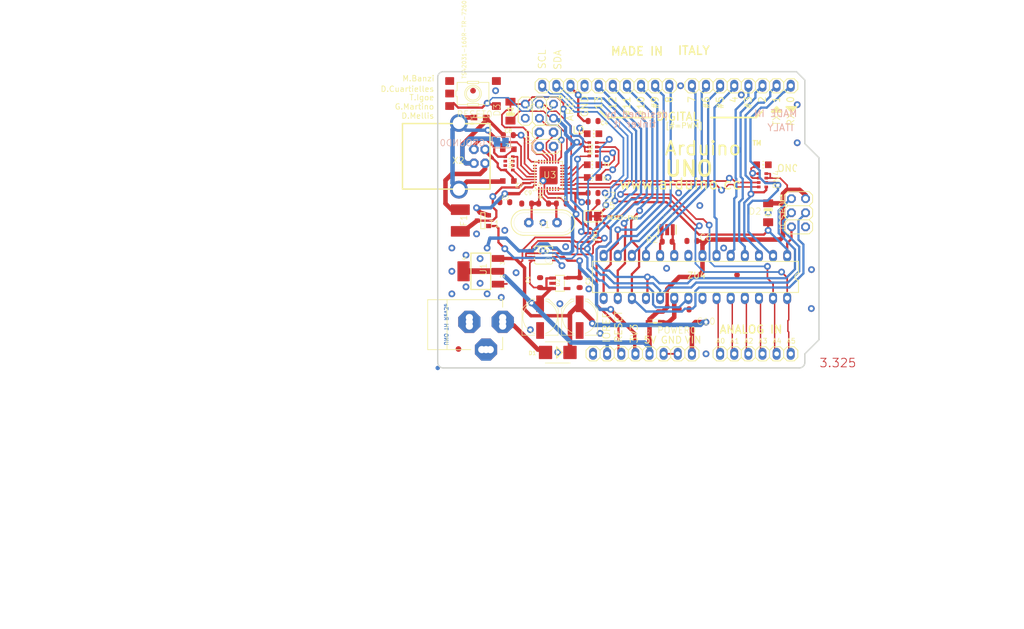
<source format=kicad_pcb>
(kicad_pcb (version 20211014) (generator pcbnew)
  (layers (0 "F.Cu" signal) (31 "B.Cu" signal) (34 "B.Paste" user) (35 "F.Paste" user) (36 "B.SilkS" user "B.Silkscreen") (37 "F.SilkS" user "F.Silkscreen") (38 "B.Mask" user) (39 "F.Mask" user) (44 "Edge.Cuts" user))
  (net 0 "")
  (net 1 "+5V")
  (net 2 "GND")
  (net 3 "AREF")
  (net 4 "RESET")
  (net 5 "VIN")
  (net 6 "M8RXD")
  (net 7 "M8TXD")
  (net 8 "SCK")
  (net 9 "N$3")
  (net 10 "N$35")
  (net 11 "N$36")
  (net 12 "PWRIN")
  (net 13 "D-")
  (net 14 "D+")
  (net 15 "+3V3")
  (net 16 "MISO")
  (net 17 "MOSI")
  (net 18 "SS")
  (net 19 "DTR")
  (net 20 "GATE_CMD")
  (net 21 "CMP")
  (net 22 "USBVCC")
  (net 23 "XTAL2")
  (net 24 "XTAL1")
  (net 25 "TP_VUCAP")
  (net 26 "RD-")
  (net 27 "RD+")
  (net 28 "RESET2")
  (net 29 "MISO2")
  (net 30 "MOSI2")
  (net 31 "SCK2")
  (net 32 "USHIELD")
  (net 33 "UGND")
  (net 34 "XUSB")
  (net 35 "XT2")
  (net 36 "XT1")
  (net 37 "RXLED")
  (net 38 "TXLED")
  (net 39 "AD0")
  (net 40 "AD1")
  (net 41 "AD2")
  (net 42 "AD3")
  (net 43 "AD4/SDA")
  (net 44 "AD5/SCL")
  (net 45 "IO2")
  (net 46 "IO1")
  (net 47 "IO0")
  (net 48 "IO3")
  (net 49 "IO4")
  (net 50 "IO5")
  (net 51 "IO6")
  (net 52 "IO7")
  (net 53 "IO8")
  (net 54 "IO9")
  (net 55 "5-GND")
  (net 56 "N$1")
  (net 57 "PB4")
  (net 58 "PB5")
  (net 59 "PB6")
  (net 60 "PB7")
  (net 61 "L13")
  (net 62 "AVCC")
  (footprint "boardEagle:TP-SP" (layer "F.Cu") (at 154.2161 111.4806)
    (fp_text reference "TP_XT2" hide)
    (fp_text value "TP_SP" hide)
  )
  (footprint "boardEagle:FRAME" (layer "F.Cu") (at 114.2111 131.6736)
    (fp_text reference "FRAME1" hide)
    (fp_text value "DNP" hide)
  )
  (footprint "boardEagle:TP-SP" (layer "F.Cu") (at 132.4991 91.7956)
    (fp_text reference "TP_PB6" hide)
    (fp_text value "TP_SP" hide)
  )
  (footprint "boardEagle:TP-SP" (layer "F.Cu") (at 166.6621 97.5106)
    (fp_text reference "TP_RX0" hide)
    (fp_text value "TP_SP" hide)
  )
  (footprint "boardEagle:TP-SP" (layer "F.Cu") (at 157.3911 129.1336)
    (fp_text reference "GND_TP0" hide)
    (fp_text value "TP_SP" hide)
  )
  (footprint "boardEagle:TP-SP" (layer "F.Cu") (at 172.6311 129.1336)
    (fp_text reference "TP_A3" hide)
    (fp_text value "TP_SP" hide)
  )
  (footprint "boardEagle:TP-SP" (layer "F.Cu") (at 135.0391 91.7956)
    (fp_text reference "TP_PB4" hide)
    (fp_text value "TP_SP" hide)
  )
  (footprint "boardEagle:QS" (layer "F.Cu") (at 133.1341 105.5116 180)
    (fp_text reference "Y1")
    (fp_text value "16MHz")
  )
  (footprint "boardEagle:C0603-ROUND" (layer "F.Cu") (at 136.4361 102.0826)
    (fp_text reference "C11")
    (fp_text value "22p")
  )
  (footprint "boardEagle:TP-SP" (layer "F.Cu") (at 162.4711 80.8736)
    (fp_text reference "TP_6" hide)
    (fp_text value "TP_SP" hide)
  )
  (footprint "boardEagle:TP-SP" (layer "F.Cu") (at 135.0391 89.2556)
    (fp_text reference "TP_PB5" hide)
    (fp_text value "TP_SP" hide)
  )
  (footprint "boardEagle:CAY16" (layer "F.Cu") (at 142.1511 107.7976 90)
    (fp_text reference "RN1")
    (fp_text value "10K")
  )
  (footprint "boardEagle:TP-SP" (layer "F.Cu") (at 140.6271 80.8736)
    (fp_text reference "GND_TP1" hide)
    (fp_text value "TP_SP" hide)
  )
  (footprint "boardEagle:C0603-ROUND" (layer "F.Cu") (at 132.6261 116.3066 -90)
    (fp_text reference "C1")
    (fp_text value "100n")
  )
  (footprint "boardEagle:TP-SP" (layer "F.Cu") (at 156.7561 111.4806)
    (fp_text reference "TP_XT1" hide)
    (fp_text value "TP_SP" hide)
  )
  (footprint "boardEagle:TP-SP" (layer "F.Cu") (at 132.4991 89.2556)
    (fp_text reference "TP_PB7" hide)
    (fp_text value "TP_SP" hide)
  )
  (footprint "boardEagle:SOT-23" (layer "F.Cu") (at 122.3391 105.1306 -90)
    (fp_text reference "T1")
    (fp_text value "FDN340P")
  )
  (footprint "boardEagle:TP-SP" (layer "F.Cu") (at 155.8671 80.8736)
    (fp_text reference "TP_8" hide)
    (fp_text value "TP_SP" hide)
  )
  (footprint "boardEagle:TP-SP" (layer "F.Cu") (at 145.5801 95.9866)
    (fp_text reference "TP_RXL0" hide)
    (fp_text value "TP_SP" hide)
  )
  (footprint "boardEagle:TP-SP" (layer "F.Cu") (at 150.7871 80.8736)
    (fp_text reference "TP_10" hide)
    (fp_text value "TP_SP" hide)
  )
  (footprint "boardEagle:TP-SP" (layer "F.Cu") (at 129.1971 89.7636)
    (fp_text reference "TP_VUCAP0" hide)
    (fp_text value "TP_SP" hide)
  )
  (footprint "boardEagle:1X10" (layer "F.Cu") (at 144.4371 80.8736 180)
    (fp_text reference "IOH0" hide)
    (fp_text value "10x1F-H8.5")
  )
  (footprint "boardEagle:TP-SP" (layer "F.Cu") (at 135.6741 105.5116)
    (fp_text reference "TP_XT4" hide)
    (fp_text value "TP_SP" hide)
  )
  (footprint "boardEagle:SOT23-DBV" (layer "F.Cu") (at 136.1821 116.4336 -90)
    (fp_text reference "U2")
    (fp_text value "LP2985-33DBVR")
  )
  (footprint "boardEagle:TP-SP" (layer "F.Cu") (at 120.1801 94.8436)
    (fp_text reference "TP_UGND0" hide)
    (fp_text value "TP_SP" hide)
  )
  (footprint "" (layer "F.Cu") (at 129.4511 80.8736)
    (fp_text reference "@HOLE2" hide)
    (fp_text value "")
  )
  (footprint "boardEagle:CT_CN0603" (layer "F.Cu") (at 126.9111 92.3036 180)
    (fp_text reference "Z1")
    (fp_text value "CG0603MLC-05E")
  )
  (footprint "boardEagle:TP-SP" (layer "F.Cu") (at 145.5801 92.9386)
    (fp_text reference "TP_TXL0" hide)
    (fp_text value "TP_SP" hide)
  )
  (footprint "boardEagle:TP-SP" (layer "F.Cu") (at 133.0071 80.8736)
    (fp_text reference "TP_SCL0" hide)
    (fp_text value "TP_SP" hide)
  )
  (footprint "boardEagle:TP-SP" (layer "F.Cu") (at 122.7201 94.8436)
    (fp_text reference "TP_XUSB0" hide)
    (fp_text value "TP_SP" hide)
  )
  (footprint "boardEagle:TP-SP" (layer "F.Cu") (at 153.3271 80.8736)
    (fp_text reference "TP_9" hide)
    (fp_text value "TP_SP" hide)
  )
  (footprint "boardEagle:MINIMELF" (layer "F.Cu") (at 127.2921 85.4456 90)
    (fp_text reference "D3")
    (fp_text value "CD1206-S01575")
  )
  (footprint "boardEagle:MSOP08" (layer "F.Cu") (at 133.2611 111.3536 90)
    (fp_text reference "U5")
    (fp_text value "LMV358IDGKR")
  )
  (footprint "boardEagle:2X03" (layer "F.Cu") (at 132.4991 85.4456 180)
    (fp_text reference "ICSP1")
    (fp_text value "3x2 M")
  )
  (footprint "boardEagle:TP-SP" (layer "F.Cu") (at 127.4191 123.4186)
    (fp_text reference "TP_PWRIN0" hide)
    (fp_text value "TP_SP" hide)
  )
  (footprint "" (layer "F.Cu") (at 180.2511 124.0536)
    (fp_text reference "@HOLE1" hide)
    (fp_text value "")
  )
  (footprint "boardEagle:PANASONIC_D" (layer "F.Cu") (at 139.7381 122.5296 90)
    (fp_text reference "PC1" hide)
    (fp_text value "47u")
  )
  (footprint "boardEagle:CHIP-LED0805" (layer "F.Cu") (at 142.1511 89.5096 -90)
    (fp_text reference "L0")
    (fp_text value "YELLOW")
  )
  (footprint "boardEagle:SJ" (layer "F.Cu") (at 142.1511 104.3686)
    (fp_text reference "RESET-EN0")
    (fp_text value "")
  )
  (footprint "boardEagle:CAY16" (layer "F.Cu") (at 127.0381 94.8436 90)
    (fp_text reference "RN3")
    (fp_text value "22R")
  )
  (footprint "boardEagle:TP-SP" (layer "F.Cu") (at 132.4991 86.7156)
    (fp_text reference "TP_MOSI2" hide)
    (fp_text value "TP_SP" hide)
  )
  (footprint "boardEagle:TP-SP" (layer "F.Cu") (at 129.9591 84.1756)
    (fp_text reference "TP_RESET2" hide)
    (fp_text value "TP_SP" hide)
  )
  (footprint "boardEagle:CT_CN0603" (layer "F.Cu") (at 126.9111 98.0186 180)
    (fp_text reference "Z2")
    (fp_text value "CG0603MLC-05E")
  )
  (footprint "boardEagle:MINIMELF" (layer "F.Cu") (at 173.6471 103.7336 -90)
    (fp_text reference "D2")
    (fp_text value "CD1206-S01575")
  )
  (footprint "boardEagle:FIDUCIA-MOUNT" (layer "F.Cu") (at 117.9411 128.2636)
    (fp_text reference "FD3" hide)
    (fp_text value "FIDUCIALMOUNT" hide)
  )
  (footprint "boardEagle:0805" (layer "F.Cu") (at 121.8311 86.5886 180)
    (fp_text reference "L1")
    (fp_text value "BLM21")
  )
  (footprint "boardEagle:PANASONIC_D" (layer "F.Cu") (at 132.6261 122.5296 90)
    (fp_text reference "PC2" hide)
    (fp_text value "47u")
  )
  (footprint "boardEagle:MLF32" (layer "F.Cu") (at 134.1501 97.0026 90)
    (fp_text reference "U3")
    (fp_text value "ATMEGA16U2-MU(R)" hide)
  )
  (footprint "boardEagle:R0603-ROUND" (layer "F.Cu") (at 133.2611 102.0826)
    (fp_text reference "R1")
    (fp_text value "1M")
  )
  (footprint "boardEagle:TP-SP" (layer "F.Cu") (at 165.0111 129.1336)
    (fp_text reference "TP_A0" hide)
    (fp_text value "TP_SP" hide)
  )
  (footprint "boardEagle:POWERSUPPLY_DC-21MM" (layer "F.Cu") (at 119.5451 123.2916 90)
    (fp_text reference "X1" hide)
    (fp_text value "POWERSUPPLY_DC21MMX")
  )
  (footprint "boardEagle:TP-SP" (layer "F.Cu") (at 126.2761 110.2106)
    (fp_text reference "TP_GATE0" hide)
    (fp_text value "TP_SP" hide)
  )
  (footprint "boardEagle:CAY16" (layer "F.Cu") (at 172.6311 97.8916 90)
    (fp_text reference "RN4")
    (fp_text value "1K")
  )
  (footprint "boardEagle:C0603-ROUND" (layer "F.Cu") (at 158.5341 121.1326 180)
    (fp_text reference "C10")
    (fp_text value "100n")
  )
  (footprint "boardEagle:C0603-ROUND" (layer "F.Cu") (at 139.7381 116.3066 90)
    (fp_text reference "C3")
    (fp_text value "1u")
  )
  (footprint "boardEagle:DIL28-3" (layer "F.Cu") (at 160.5661 115.2906 180)
    (fp_text reference "ZU4")
    (fp_text value "ATMEGA328P-PU")
  )
  (footprint "boardEagle:CHIP-LED0805" (layer "F.Cu") (at 172.6311 95.0976 -90)
    (fp_text reference "ON0")
    (fp_text value "GREEN")
  )
  (footprint "boardEagle:TP-SP" (layer "F.Cu") (at 152.3111 129.1336)
    (fp_text reference "TP_5V0" hide)
    (fp_text value "TP_SP" hide)
  )
  (footprint "" (layer "F.Cu") (at 180.2511 96.1136)
    (fp_text reference "@HOLE0" hide)
    (fp_text value "")
  )
  (footprint "boardEagle:CAY16" (layer "F.Cu") (at 142.1511 92.3036 -90)
    (fp_text reference "RN2")
    (fp_text value "1K")
  )
  (footprint "boardEagle:TP-SP" (layer "F.Cu") (at 165.0111 80.8736)
    (fp_text reference "TP_5" hide)
    (fp_text value "TP_SP" hide)
  )
  (footprint "boardEagle:TP-SP" (layer "F.Cu") (at 124.1171 100.8126)
    (fp_text reference "TP_USBVCC0" hide)
    (fp_text value "TP_SP" hide)
  )
  (footprint "boardEagle:TP-SP" (layer "F.Cu") (at 144.1831 108.3056)
    (fp_text reference "TP_CMP0" hide)
    (fp_text value "TP_SP" hide)
  )
  (footprint "boardEagle:TP-SP" (layer "F.Cu") (at 130.5941 105.5116)
    (fp_text reference "TP_XT3" hide)
    (fp_text value "TP_SP" hide)
  )
  (footprint "boardEagle:TP-SP" (layer "F.Cu") (at 123.2281 88.8746)
    (fp_text reference "TP_USH0" hide)
    (fp_text value "TP_SP" hide)
  )
  (footprint "boardEagle:PN61729" (layer "F.Cu") (at 118.0211 93.5736 -90)
    (fp_text reference "X2")
    (fp_text value "USB-B_TH")
  )
  (footprint "boardEagle:C0603-ROUND" (layer "F.Cu") (at 159.9311 108.8136)
    (fp_text reference "C6")
    (fp_text value "100n")
  )
  (footprint "boardEagle:TP-SP" (layer "F.Cu") (at 149.7711 129.1336)
    (fp_text reference "TP_3V3" hide)
    (fp_text value "TP_SP" hide)
  )
  (footprint "boardEagle:TP-SP" (layer "F.Cu") (at 159.9311 80.8736)
    (fp_text reference "TP_7" hide)
    (fp_text value "TP_SP" hide)
  )
  (footprint "boardEagle:C0603-ROUND" (layer "F.Cu") (at 142.1511 101.8286)
    (fp_text reference "C5")
    (fp_text value "100n")
  )
  (footprint "boardEagle:TP-SP" (layer "F.Cu") (at 172.6311 80.8736)
    (fp_text reference "TP_2" hide)
    (fp_text value "TP_SP" hide)
  )
  (footprint "boardEagle:FIDUCIA-MOUNT" (layer "F.Cu") (at 168.0511 114.9326)
    (fp_text reference "FD2" hide)
    (fp_text value "FIDUCIALMOUNT" hide)
  )
  (footprint "boardEagle:C0603-ROUND" (layer "F.Cu") (at 126.9111 89.7636 180)
    (fp_text reference "C8")
    (fp_text value "1u")
  )
  (footprint "boardEagle:TS42" (layer "F.Cu") (at 120.5611 82.2706)
    (fp_text reference "RESET0")
    (fp_text value "TS42031-160R-TR-7260")
  )
  (footprint "boardEagle:TP-SP" (layer "F.Cu") (at 145.7071 80.8736)
    (fp_text reference "TP_12" hide)
    (fp_text value "TP_SP" hide)
  )
  (footprint "" (layer "F.Cu") (at 128.1811 129.1336)
    (fp_text reference "@HOLE3" hide)
    (fp_text value "")
  )
  (footprint "boardEagle:TP-SP" (layer "F.Cu") (at 165.2651 99.6696)
    (fp_text reference "TP_TX0" hide)
    (fp_text value "TP_SP" hide)
  )
  (footprint "boardEagle:TP-SP" (layer "F.Cu") (at 132.4991 84.1756)
    (fp_text reference "TP_SCK2" hide)
    (fp_text value "TP_SP" hide)
  )
  (footprint "boardEagle:CHIP-LED0805" (layer "F.Cu") (at 142.1511 95.0976 90)
    (fp_text reference "TX0" hide)
    (fp_text value "YELLOW")
  )
  (footprint "boardEagle:TP-SP" (layer "F.Cu") (at 180.3781 101.1936)
    (fp_text reference "TP_5V1" hide)
    (fp_text value "TP_SP" hide)
  )
  (footprint "boardEagle:TP-SP" (layer "F.Cu") (at 170.0911 80.8736)
    (fp_text reference "TP_3" hide)
    (fp_text value "TP_SP" hide)
  )
  (footprint "boardEagle:FIDUCIA-MOUNT" (layer "F.Cu") (at 120.5611 81.7626)
    (fp_text reference "FD1" hide)
    (fp_text value "FIDUCIALMOUNT" hide)
  )
  (footprint "boardEagle:C0603-ROUND" (layer "F.Cu") (at 142.1511 87.2236 180)
    (fp_text reference "C4")
    (fp_text value "100n")
  )
  (footprint "boardEagle:R0603-ROUND" (layer "F.Cu") (at 155.4861 108.9406 180)
    (fp_text reference "R2")
    (fp_text value "1M")
  )
  (footprint "boardEagle:TP-SP" (layer "F.Cu") (at 143.1671 80.8736)
    (fp_text reference "TP_13" hide)
    (fp_text value "TP_SP" hide)
  )
  (footprint "boardEagle:TP-SP" (layer "F.Cu") (at 147.2311 129.1336)
    (fp_text reference "TP_RESET0" hide)
    (fp_text value "TP_SP" hide)
  )
  (footprint "boardEagle:TP-SP" (layer "F.Cu") (at 135.5471 80.8736)
    (fp_text reference "TP_SDA0" hide)
    (fp_text value "TP_SP" hide)
  )
  (footprint "boardEagle:C0603-ROUND" (layer "F.Cu") (at 142.1511 100.1776)
    (fp_text reference "C7")
    (fp_text value "100n")
  )
  (footprint "boardEagle:TP-SP" (layer "F.Cu") (at 138.0871 80.8736)
    (fp_text reference "TP_AREF0" hide)
    (fp_text value "TP_SP" hide)
  )
  (footprint "boardEagle:TP-SP" (layer "F.Cu") (at 140.1191 101.8286)
    (fp_text reference "TP_DTR0" hide)
    (fp_text value "TP_SP" hide)
  )
  (footprint "boardEagle:TP-SP" (layer "F.Cu") (at 170.8531 96.6216)
    (fp_text reference "TP_ONL0" hide)
    (fp_text value "TP_SP" hide)
  )
  (footprint "boardEagle:C0603-ROUND" (layer "F.Cu") (at 130.2131 102.0826 180)
    (fp_text reference "C9")
    (fp_text value "22p")
  )
  (footprint "boardEagle:0805" (layer "F.Cu") (at 153.3271 123.5456)
    (fp_text reference "L2")
    (fp_text value "10uH")
  )
  (footprint "boardEagle:TP-SP" (layer "F.Cu") (at 177.7111 80.8736)
    (fp_text reference "TP_0" hide)
    (fp_text value "TP_SP" hide)
  )
  (footprint "boardEagle:TP-SP" (layer "F.Cu") (at 120.1801 92.3036)
    (fp_text reference "TP_D+0" hide)
    (fp_text value "TP_SP" hide)
  )
  (footprint "boardEagle:TP-SP" (layer "F.Cu") (at 170.0911 129.1336)
    (fp_text reference "TP_A2" hide)
    (fp_text value "TP_SP" hide)
  )
  (footprint "boardEagle:1X06" (layer "F.Cu") (at 171.3611 129.1336)
    (fp_text reference "AD0" hide)
    (fp_text value "6x1F-H8.5")
  )
  (footprint "boardEagle:TP-SP" (layer "F.Cu") (at 148.2471 80.8736)
    (fp_text reference "TP_11" hide)
    (fp_text value "TP_SP" hide)
  )
  (footprint "boardEagle:TP-SP" (layer "F.Cu") (at 175.1711 129.1336)
    (fp_text reference "TP_A4" hide)
    (fp_text value "TP_SP" hide)
  )
  (footprint "boardEagle:L1812" (layer "F.Cu") (at 118.2751 105.1306 90)
    (fp_text reference "F1")
    (fp_text value "MF-MSMF050-2 500mA")
  )
  (footprint "boardEagle:TP-SP" (layer "F.Cu") (at 177.7111 129.1336)
    (fp_text reference "TP_A5" hide)
    (fp_text value "TP_SP" hide)
  )
  (footprint "boardEagle:TP-SP" (layer "F.Cu") (at 135.0391 84.1756)
    (fp_text reference "TP_MISO2" hide)
    (fp_text value "TP_SP" hide)
  )
  (footprint "boardEagle:2X02" (layer "F.Cu") (at 133.7691 90.5256 90)
    (fp_text reference "JP2")
    (fp_text value "2x2 M - NM")
  )
  (footprint "boardEagle:RESONATOR" (layer "F.Cu") (at 155.4861 106.7816)
    (fp_text reference "Y2")
    (fp_text value "CSTCE16M0V53-R0 16MHZ")
  )
  (footprint "boardEagle:TP-SP" (layer "F.Cu") (at 139.7381 88.4936)
    (fp_text reference "TP_LL0" hide)
    (fp_text value "TP_SP" hide)
  )
  (footprint "boardEagle:1X08" (layer "F.Cu") (at 168.8211 80.8736 180)
    (fp_text reference "IOL0" hide)
    (fp_text value "8x1F-H8.5")
  )
  (footprint "boardEagle:CHIP-LED0805" (layer "F.Cu") (at 142.1511 97.3836 90)
    (fp_text reference "RX0" hide)
    (fp_text value "YELLOW")
  )
  (footprint "boardEagle:1X08" (layer "F.Cu") (at 151.0411 129.1336)
    (fp_text reference "POWER0")
    (fp_text value "8x1F-H8.5")
  )
  (footprint "boardEagle:TP-SP" (layer "F.Cu") (at 133.1341 110.5916)
    (fp_text reference "TP_LCMD0" hide)
    (fp_text value "TP_SP" hide)
  )
  (footprint "boardEagle:2X03" (layer "F.Cu") (at 179.1081 103.7336 -90)
    (fp_text reference "ICSP0")
    (fp_text value "3x2 M")
  )
  (footprint "boardEagle:TP-SP" (layer "F.Cu") (at 122.7201 92.3036)
    (fp_text reference "TP_D-0" hide)
    (fp_text value "TP_SP" hide)
  )
  (footprint "boardEagle:C0603-ROUND" (layer "F.Cu") (at 126.2761 101.8286 180)
    (fp_text reference "C2")
    (fp_text value "100n")
  )
  (footprint "boardEagle:TP-SP" (layer "F.Cu") (at 114.2111 131.6736)
    (fp_text reference "ORIGIN0" hide)
    (fp_text value "TP_SP" hide)
  )
  (footprint "boardEagle:TP-SP" (layer "F.Cu") (at 159.9311 129.1336)
    (fp_text reference "TP_VIN0" hide)
    (fp_text value "TP_SP" hide)
  )
  (footprint "boardEagle:TP-SP" (layer "F.Cu") (at 175.1711 80.8736)
    (fp_text reference "TP_1" hide)
    (fp_text value "TP_SP" hide)
  )
  (footprint "boardEagle:SOT223" (layer "F.Cu") (at 121.9581 114.2746 90)
    (fp_text reference "U1")
    (fp_text value "NCP1117ST50T3G")
  )
  (footprint "boardEagle:TP-SP" (layer "F.Cu") (at 167.5511 129.1336)
    (fp_text reference "TP_A1" hide)
    (fp_text value "TP_SP" hide)
  )
  (footprint "boardEagle:TP-SP" (layer "F.Cu") (at 167.5511 80.8736)
    (fp_text reference "TP_4" hide)
    (fp_text value "TP_SP" hide)
  )
  (footprint "boardEagle:SMB" (layer "F.Cu") (at 135.8011 128.8796 180)
    (fp_text reference "D1")
    (fp_text value "M7")
  )
  (footprint "boardEagle:SJ" (layer "B.Cu") (at 125.6411 91.0336 180)
    (fp_text reference "GROUND0")
    (fp_text value "")
  )
  (gr_line (start 177.4571 84.9376) (end 177.9651 84.9376) (layer "F.SilkS") (width 0.3048))
  (gr_line (start 174.2821 85.5726) (end 176.0601 85.5726) (layer "F.SilkS") (width 0.3048))
  (gr_line (start 152.6921 86.5886) (end 144.5641 86.5886) (layer "F.SilkS") (width 0.3048))
  (gr_line (start 177.8381 85.3186) (end 177.4571 84.9376) (layer "F.SilkS") (width 0.3048))
  (gr_line (start 172.6311 85.4456) (end 171.4881 86.5886) (layer "F.SilkS") (width 0.3048))
  (gr_line (start 175.6791 85.4456) (end 174.9171 85.4456) (layer "F.SilkS") (width 0.3048))
  (gr_line (start 175.1711 84.6836) (end 174.2821 85.5726) (layer "F.SilkS") (width 0.3048))
  (gr_line (start 176.0601 85.5726) (end 175.1711 84.6836) (layer "F.SilkS") (width 0.3048))
  (gr_line (start 174.6631 85.4456) (end 175.1711 84.9376) (layer "F.SilkS") (width 0.3048))
  (gr_line (start 176.9491 84.6836) (end 177.8381 85.5726) (layer "F.SilkS") (width 0.3048))
  (gr_line (start 178.3461 84.8106) (end 177.8381 85.3186) (layer "F.SilkS") (width 0.3048))
  (gr_line (start 175.1711 84.9376) (end 175.6791 85.4456) (layer "F.SilkS") (width 0.3048))
  (gr_line (start 174.9171 85.4456) (end 175.2981 85.1916) (layer "F.SilkS") (width 0.3048))
  (gr_line (start 177.8381 85.0646) (end 177.8381 85.1916) (layer "F.SilkS") (width 0.3048))
  (gr_line (start 178.7271 84.6836) (end 176.9491 84.6836) (layer "F.SilkS") (width 0.3048))
  (gr_line (start 171.4881 86.5886) (end 163.3601 86.5886) (layer "F.SilkS") (width 0.3048))
  (gr_line (start 144.5641 86.5886) (end 143.4211 85.4456) (layer "F.SilkS") (width 0.3048))
  (gr_line (start 177.3301 84.8106) (end 178.3461 84.8106) (layer "F.SilkS") (width 0.3048))
  (gr_circle (center 136.3091 82.9056) (end 136.5631 82.9056) (layer "F.SilkS") (width 0.254) (fill none))
  (gr_line (start 177.8381 85.5726) (end 178.7271 84.6836) (layer "F.SilkS") (width 0.3048))
  (gr_line (start 182.7911 93.8276) (end 182.7911 126.5936) (layer "Edge.Cuts") (width 0.254))
  (gr_line (start 182.7911 126.5936) (end 180.2511 129.1336) (layer "Edge.Cuts") (width 0.254))
  (gr_arc (start 180.2511 130.6736) (mid 179.958207 131.380707) (end 179.2511 131.6736) (layer "Edge.Cuts") (width 0.254))
  (gr_arc (start 115.2111 131.6736) (mid 114.503993 131.380707) (end 114.2111 130.6736) (layer "Edge.Cuts") (width 0.254))
  (gr_line (start 180.2511 129.1336) (end 180.2511 130.6736) (layer "Edge.Cuts") (width 0.254))
  (gr_line (start 114.2111 130.6736) (end 114.2111 79.3336) (layer "Edge.Cuts") (width 0.254))
  (gr_arc (start 114.2111 79.3336) (mid 114.503993 78.626493) (end 115.2111 78.3336) (layer "Edge.Cuts") (width 0.254))
  (gr_line (start 178.7271 78.3336) (end 180.2511 79.8576) (layer "Edge.Cuts") (width 0.254))
  (gr_line (start 180.2511 79.8576) (end 180.2511 91.2876) (layer "Edge.Cuts") (width 0.254))
  (gr_line (start 179.2511 131.6736) (end 115.2111 131.6736) (layer "Edge.Cuts") (width 0.254))
  (gr_line (start 115.2111 78.3336) (end 178.7271 78.3336) (layer "Edge.Cuts") (width 0.254))
  (gr_line (start 180.2511 91.2876) (end 182.7911 93.8276) (layer "Edge.Cuts") (width 0.254))
  (gr_text "3.325" (at 182.7911 131.6736) (layer "F.Cu") (effects (font (size 1.542288 1.542288) (thickness 0.134112)) (justify left bottom)))
  (gr_text "UNO TH Rev3e" (at 116.1161 119.9896 -90) (layer "B.Cu") (effects (font (size 0.69088 0.69088) (thickness 0.12192)) (justify right top mirror)))
  (gr_text "tinker it" (at 153.5811 88.4936) (layer "B.SilkS") (effects (font (size 1.251712 1.251712) (thickness 0.170688)) (justify left bottom mirror)))
  (gr_text "designed by" (at 155.7401 86.7156) (layer "B.SilkS") (effects (font (size 1.251712 1.251712) (thickness 0.170688)) (justify left bottom mirror)))
  (gr_text "MADE IN" (at 178.9811 86.5886) (layer "B.SilkS") (effects (font (size 1.251712 1.251712) (thickness 0.170688)) (justify left bottom mirror)))
  (gr_text "ITALY" (at 178.3461 89.1286) (layer "B.SilkS") (effects (font (size 1.251712 1.251712) (thickness 0.170688)) (justify left bottom mirror)))
  (gr_text "M.Banzi" (at 113.7031 78.9686) (layer "F.SilkS") (effects (font (size 1.00584 1.00584) (thickness 0.13716)) (justify right top)))
  (gr_text "MADE IN" (at 145.1991 75.5396) (layer "F.SilkS") (effects (font (size 1.5113 1.5113) (thickness 0.2667)) (justify left bottom)))
  (gr_text "GND" (at 139.8841 82.5368 90) (layer "F.SilkS") (effects (font (size 1.28016 1.28016) (thickness 0.14224)) (justify right top)))
  (gr_text "AREF" (at 137.2279 82.5114 90) (layer "F.SilkS") (effects (font (size 1.28016 1.28016) (thickness 0.14224)) (justify right top)))
  (gr_text "TX" (at 175.9287 88.2274 90) (layer "F.SilkS") (effects (font (size 1.28016 1.28016) (thickness 0.14224)) (justify left bottom)))
  (gr_text "UNO" (at 154.8511 97.3836) (layer "F.SilkS") (effects (font (size 2.69875 2.69875) (thickness 0.47625)) (justify left bottom)))
  (gr_text "TX" (at 145.3261 94.7166) (layer "F.SilkS") (effects (font (size 0.69088 0.69088) (thickness 0.12192)) (justify right top)))
  (gr_text "A1" (at 166.7397 127.3434) (layer "F.SilkS") (effects (font (size 0.89408 0.89408) (thickness 0.12192)) (justify left bottom)))
  (gr_text "5" (at 164.2491 82.6516 90) (layer "F.SilkS") (effects (font (size 1.251712 1.251712) (thickness 0.170688)) (justify right top)))
  (gr_text "11" (at 147.4851 82.6516 90) (layer "F.SilkS") (effects (font (size 1.251712 1.251712) (thickness 0.170688)) (justify right top)))
  (gr_text "#" (at 148.8821 86.3346 90) (layer "F.SilkS") (effects (font (size 0.972312 0.972312) (thickness 0.145288)) (justify left bottom)))
  (gr_text "4" (at 166.7891 82.6516 90) (layer "F.SilkS") (effects (font (size 1.251712 1.251712) (thickness 0.170688)) (justify right top)))
  (gr_text "[#=PWM]" (at 155.1051 88.6206) (layer "F.SilkS") (effects (font (size 0.972312 0.972312) (thickness 0.145288)) (justify left bottom)))
  (gr_text "ITALY" (at 157.2641 75.4126) (layer "F.SilkS") (effects (font (size 1.5113 1.5113) (thickness 0.2667)) (justify left bottom)))
  (gr_text "A0" (at 164.1997 127.3434) (layer "F.SilkS") (effects (font (size 0.89408 0.89408) (thickness 0.12192)) (justify left bottom)))
  (gr_text "A2" (at 169.2797 127.3434) (layer "F.SilkS") (effects (font (size 0.89408 0.89408) (thickness 0.12192)) (justify left bottom)))
  (gr_text "VIN" (at 158.5341 127.3556) (layer "F.SilkS") (effects (font (size 1.251712 1.251712) (thickness 0.170688)) (justify left bottom)))
  (gr_text "ANALOG IN" (at 164.7571 125.5776) (layer "F.SilkS") (effects (font (size 1.42494 1.42494) (thickness 0.25146)) (justify left bottom)))
  (gr_text "RX" (at 178.4731 88.2396 90) (layer "F.SilkS") (effects (font (size 1.28016 1.28016) (thickness 0.14224)) (justify left bottom)))
  (gr_text "12" (at 144.9451 82.6516 90) (layer "F.SilkS") (effects (font (size 1.251712 1.251712) (thickness 0.170688)) (justify right top)))
  (gr_text "SCL" (at 133.7393 77.9658 90) (layer "F.SilkS") (effects (font (size 1.28016 1.28016) (thickness 0.14224)) (justify left bottom)))
  (gr_text "D.Mellis" (at 113.6269 85.6996) (layer "F.SilkS") (effects (font (size 1.00584 1.00584) (thickness 0.13716)) (justify right top)))
  (gr_text "#" (at 163.1061 85.0646 90) (layer "F.SilkS") (effects (font (size 0.972312 0.972312) (thickness 0.145288)) (justify left bottom)))
  (gr_text "RESET" (at 147.4851 127.2286 90) (layer "F.SilkS") (effects (font (size 1.28016 1.28016) (thickness 0.14224)) (justify left bottom)))
  (gr_text "6" (at 161.7091 82.6516 90) (layer "F.SilkS") (effects (font (size 1.251712 1.251712) (thickness 0.170688)) (justify right top)))
  (gr_text "RX" (at 143.8021 98.0186) (layer "F.SilkS") (effects (font (size 0.69088 0.69088) (thickness 0.12192)) (justify left bottom)))
  (gr_text "1" (at 175.4575 101.7292) (layer "F.SilkS") (effects (font (size 1.0795 1.0795) (thickness 0.1905)) (justify left bottom)))
  (gr_text "T.Igoe" (at 113.6269 82.3976) (layer "F.SilkS") (effects (font (size 1.00584 1.00584) (thickness 0.13716)) (justify right top)))
  (gr_text "IOREF" (at 145.3261 127.2286 90) (layer "F.SilkS") (effects (font (size 1.28016 1.28016) (thickness 0.14224)) (justify left bottom)))
  (gr_text "#" (at 151.4221 86.3346 90) (layer "F.SilkS") (effects (font (size 0.972312 0.972312) (thickness 0.145288)) (justify left bottom)))
  (gr_text "#" (at 170.5991 85.0646 90) (layer "F.SilkS") (effects (font (size 0.972312 0.972312) (thickness 0.145288)) (justify left bottom)))
  (gr_text "TM" (at 170.7261 91.6686) (layer "F.SilkS") (effects (font (size 0.8128 0.8128) (thickness 0.2032)) (justify left bottom)))
  (gr_text "A5" (at 176.8997 127.3434) (layer "F.SilkS") (effects (font (size 0.89408 0.89408) (thickness 0.12192)) (justify left bottom)))
  (gr_text "#" (at 153.8351 85.0646 90) (layer "F.SilkS") (effects (font (size 0.972312 0.972312) (thickness 0.145288)) (justify left bottom)))
  (gr_text "0" (at 176.9491 82.6516 90) (layer "F.SilkS") (effects (font (size 1.251712 1.251712) (thickness 0.170688)) (justify right top)))
  (gr_text "10" (at 150.0251 82.6516 90) (layer "F.SilkS") (effects (font (size 1.251712 1.251712) (thickness 0.170688)) (justify right top)))
  (gr_text "1" (at 174.4091 82.6516 90) (layer "F.SilkS") (effects (font (size 1.251712 1.251712) (thickness 0.170688)) (justify right top)))
  (gr_text "A4" (at 174.3597 127.3434) (layer "F.SilkS") (effects (font (size 0.89408 0.89408) (thickness 0.12192)) (justify left bottom)))
  (gr_text "13" (at 142.4051 82.6516 90) (layer "F.SilkS") (effects (font (size 1.251712 1.251712) (thickness 0.170688)) (justify right top)))
  (gr_text "G.Martino" (at 113.6269 84.0486) (layer "F.SilkS") (effects (font (size 1.00584 1.00584) (thickness 0.13716)) (justify right top)))
  (gr_text "2" (at 171.8691 82.6516 90) (layer "F.SilkS") (effects (font (size 1.251712 1.251712) (thickness 0.170688)) (justify right top)))
  (gr_text "A3" (at 171.8197 127.3434) (layer "F.SilkS") (effects (font (size 0.89408 0.89408) (thickness 0.12192)) (justify left bottom)))
  (gr_text "#" (at 165.5191 85.0646 90) (layer "F.SilkS") (effects (font (size 0.972312 0.972312) (thickness 0.145288)) (justify left bottom)))
  (gr_text "DIGITAL" (at 153.3635 87.2594) (layer "F.SilkS") (effects (font (size 1.42494 1.42494) (thickness 0.25146)) (justify left bottom)))
  (gr_text "3V3" (at 150.2791 127.3556 90) (layer "F.SilkS") (effects (font (size 1.28016 1.28016) (thickness 0.14224)) (justify left bottom)))
  (gr_text "3" (at 169.3291 82.6516 90) (layer "F.SilkS") (effects (font (size 1.251712 1.251712) (thickness 0.170688)) (justify right top)))
  (gr_text "www.arduino.cc" (at 146.7231 99.6696) (layer "F.SilkS") (effects (font (size 1.922272 1.922272) (thickness 0.262128)) (justify left bottom)))
  (gr_text "5V" (at 151.1681 127.3556) (layer "F.SilkS") (effects (font (size 1.251712 1.251712) (thickness 0.170688)) (justify left bottom)))
  (gr_text "GND" (at 154.2245 127.3688) (layer "F.SilkS") (effects (font (size 1.251712 1.251712) (thickness 0.170688)) (justify left bottom)))
  (gr_text "8" (at 155.1051 82.6516 90) (layer "F.SilkS") (effects (font (size 1.251712 1.251712) (thickness 0.170688)) (justify right top)))
  (gr_text "9" (at 152.5651 82.6516 90) (layer "F.SilkS") (effects (font (size 1.251712 1.251712) (thickness 0.170688)) (justify right top)))
  (gr_text "D.Cuartielles" (at 113.6269 80.8736) (layer "F.SilkS") (effects (font (size 1.00584 1.00584) (thickness 0.13716)) (justify right top)))
  (gr_text "Arduino" (at 154.8511 93.5736) (layer "F.SilkS") (effects (font (size 2.45872 2.45872) (thickness 0.33528)) (justify left bottom)))
  (gr_text "7" (at 159.1691 82.6516 90) (layer "F.SilkS") (effects (font (size 1.251712 1.251712) (thickness 0.170688)) (justify right top)))
  (gr_text "SDA" (at 136.5333 78.0928 90) (layer "F.SilkS") (effects (font (size 1.28016 1.28016) (thickness 0.14224)) (justify left bottom)))
  (segment (start 130.7846 116.4971) (end 130.7846 112.7741) (width 0.3048) (layer "F.Cu") (net 1))
  (segment (start 137.0984 100.3046) (end 134.1501 100.3046) (width 0.4064) (layer "F.Cu") (net 1))
  (segment (start 141.4761 106.5976) (end 141.5331 106.6546) (width 0.254) (layer "F.Cu") (net 1))
  (segment (start 133.9001 99.9276) (end 133.9001 99.4526) (width 0.2794) (layer "F.Cu") (net 1))
  (segment (start 175.7871 97.4916) (end 174.0281 97.4916) (width 0.3048) (layer "F.Cu") (net 1))
  (segment (start 155.4861 120.7516) (end 154.7241 121.5136) (width 0.8128) (layer "F.Cu") (net 1))
  (segment (start 141.8655 106.5976) (end 142.4369 107.3976) (width 0.254) (layer "F.Cu") (net 1))
  (segment (start 177.0761 99.6188) (end 179.3113 99.6188) (width 0.8128) (layer "F.Cu") (net 1))
  (segment (start 134.5971 117.3836) (end 134.8821 117.3836) (width 0.6096) (layer "F.Cu") (net 1))
  (segment (start 161.4551 108.8136) (end 161.9631 109.3216) (width 0.6096) (layer "F.Cu") (net 1))
  (segment (start 125.3871 101.1936) (end 125.3871 101.8286) (width 0.6096) (layer "F.Cu") (net 1))
  (segment (start 118.8591 114.2746) (end 120.0531 114.2746) (width 1.016) (layer "F.Cu") (net 1))
  (segment (start 140.6441 105.7656) (end 141.4761 106.5976) (width 0.4064) (layer "F.Cu") (net 1))
  (segment (start 126.2761 100.3046) (end 125.3871 101.1936) (width 0.6096) (layer "F.Cu") (net 1))
  (segment (start 133.7691 117.3836) (end 133.7691 115.5446) (width 0.4064) (layer "F.Cu") (net 1))
  (segment (start 176.3141 108.0516) (end 176.3141 102.2096) (width 0.8128) (layer "F.Cu") (net 1))
  (segment (start 139.1031 104.7006) (end 140.1681 105.7656) (width 0.4064) (layer "F.Cu") (net 1))
  (segment (start 137.2391 100.1639) (end 137.0984 100.3046) (width 0.4064) (layer "F.Cu") (net 1))
  (segment (start 131.6381 98.7526) (end 131.7001 98.7526) (width 0.2794) (layer "F.Cu") (net 1))
  (segment (start 161.9631 109.3216) (end 162.7251 108.5596) (width 0.8128) (layer "F.Cu") (net 1))
  (segment (start 138.9761 100.2909) (end 141.1488 100.2909) (width 0.6096) (layer "F.Cu") (net 1))
  (segment (start 134.8211 115.5446) (end 134.8821 115.4836) (width 0.4064) (layer "F.Cu") (net 1))
  (segment (start 139.2301 91.0336) (end 139.7381 91.4146) (width 0.4064) (layer "F.Cu") (net 1))
  (segment (start 157.6451 115.2906) (end 155.4861 117.4496) (width 0.8128) (layer "F.Cu") (net 1))
  (segment (start 140.1681 105.7656) (end 140.6441 105.7656) (width 0.4064) (layer "F.Cu") (net 1))
  (segment (start 176.9999 99.6188) (end 177.0761 99.6188) (width 0.8128) (layer "F.Cu") (net 1))
  (segment (start 152.3111 123.3756) (end 152.2271 123.5456) (width 0.8128) (layer "F.Cu") (net 1))
  (segment (start 174.0281 97.4916) (end 173.3061 97.4916) (width 0.3048) (layer "F.Cu") (net 1))
  (segment (start 176.3141 100.3046) (end 176.9999 99.6188) (width 0.8128) (layer "F.Cu") (net 1))
  (segment (start 152.3111 123.6296) (end 152.2271 123.5456) (width 0.8128) (layer "F.Cu") (net 1))
  (segment (start 133.7691 115.5446) (end 134.8211 115.5446) (width 0.4064) (layer "F.Cu") (net 1))
  (segment (start 135.0391 86.7156) (end 134.5311 86.7156) (width 0.254) (layer "F.Cu") (net 1))
  (segment (start 134.1501 100.3046) (end 133.9001 99.9276) (width 0.2794) (layer "F.Cu") (net 1))
  (segment (start 153.8351 121.5136) (end 152.3111 122.9106) (width 0.8128) (layer "F.Cu") (net 1))
  (segment (start 161.8361 109.4486) (end 161.8361 111.4806) (width 0.8128) (layer "F.Cu") (net 1))
  (segment (start 177.0761 98.7806) (end 175.7871 97.4916) (width 0.3048) (layer "F.Cu") (net 1))
  (segment (start 131.1021 119.9896) (end 132.9941 119.9896) (width 0.6096) (layer "F.Cu") (net 1))
  (segment (start 120.0531 114.2746) (end 120.0785 114.2492) (width 1.016) (layer "F.Cu") (net 1))
  (segment (start 138.8491 100.1639) (end 137.2391 100.1639) (width 0.4064) (layer "F.Cu") (net 1))
  (segment (start 134.5311 86.7156) (end 133.2611 85.4456) (width 0.254) (layer "F.Cu") (net 1))
  (segment (start 140.6841 92.7036) (end 141.4761 92.7036) (width 0.3048) (layer "F.Cu") (net 1))
  (segment (start 152.3111 129.1336) (end 152.3111 123.6296) (width 0.8128) (layer "F.Cu") (net 1))
  (segment (start 140.6461 91.9036) (end 140.6841 92.7036) (width 0.3048) (layer "F.Cu") (net 1))
  (segment (start 121.7803 103.6828) (end 121.1961 102.8446) (width 0.8128) (layer "F.Cu") (net 1))
  (segment (start 132.6261 120.1296) (end 132.6261 119.3546) (width 0.6096) (layer "F.Cu") (net 1))
  (segment (start 176.3141 102.2096) (end 176.1381 102.0336) (width 0.8128) (layer "F.Cu") (net 1))
  (segment (start 161.8361 114.4016) (end 160.9471 115.2906) (width 0.8128) (layer "F.Cu") (net 1))
  (segment (start 132.8141 117.3836) (end 132.6261 117.1956) (width 0.6096) (layer "F.Cu") (net 1))
  (segment (start 131.4831 117.1956) (end 130.7846 116.4971) (width 0.3048) (layer "F.Cu") (net 1))
  (segment (start 140.1381 91.3956) (end 140.6461 91.9036) (width 0.4064) (layer "F.Cu") (net 1))
  (segment (start 160.8201 108.8136) (end 161.4551 108.8136) (width 0.6096) (layer "F.Cu") (net 1))
  (segment (start 133.2611 85.4456) (end 128.9921 85.4456) (width 0.254) (layer "F.Cu") (net 1))
  (segment (start 134.8821 117.3836) (end 133.7691 117.3836) (width 0.6096) (layer "F.Cu") (net 1))
  (segment (start 131.2291 99.1616) (end 131.6381 98.7526) (width 0.3048) (layer "F.Cu") (net 1))
  (segment (start 180.3781 100.5586) (end 180.3781 101.1936) (width 0.8128) (layer "F.Cu") (net 1))
  (segment (start 131.1891 112.3696) (end 131.1491 112.3296) (width 0.3048) (layer "F.Cu") (net 1))
  (segment (start 176.3141 102.2096) (end 176.3141 100.3046) (width 0.8128) (layer "F.Cu") (net 1))
  (segment (start 180.3781 101.1936) (end 180.3781 101.2306) (width 0.8128) (layer "F.Cu") (net 1))
  (segment (start 138.9761 100.2909) (end 138.8491 100.1639) (width 0.4064) (layer "F.Cu") (net 1))
  (segment (start 120.0785 114.2492) (end 125.2347 114.2492) (width 1.016) (layer "F.Cu") (net 1))
  (segment (start 125.2347 114.2492) (end 125.0569 114.2746) (width 0.508) (layer "F.Cu") (net 1))
  (segment (start 130.7846 112.7741) (end 131.1891 112.3696) (width 0.3048) (layer "F.Cu") (net 1))
  (segment (start 155.4861 117.4496) (end 155.4861 120.4976) (width 0.6096) (layer "F.Cu") (net 1))
  (segment (start 139.1031 103.9876) (end 138.9761 103.4796) (width 0.4064) (layer "F.Cu") (net 1))
  (segment (start 162.7251 108.5596) (end 175.8061 108.5596) (width 0.8128) (layer "F.Cu") (net 1))
  (segment (start 160.9471 115.2906) (end 157.6451 115.2906) (width 0.8128) (layer "F.Cu") (net 1))
  (segment (start 174.0281 96.7486) (end 173.9711 96.6916) (width 0.3048) (layer "F.Cu") (net 1))
  (segment (start 175.8061 108.5596) (end 176.3141 108.0516) (width 0.8128) (layer "F.Cu") (net 1))
  (segment (start 141.1488 100.2909) (end 141.2621 100.1776) (width 0.6096) (layer "F.Cu") (net 1))
  (segment (start 161.8361 111.4806) (end 161.8361 114.4016) (width 0.8128) (layer "F.Cu") (net 1))
  (segment (start 138.9761 103.4796) (end 138.9761 100.2909) (width 0.4064) (layer "F.Cu") (net 1))
  (segment (start 125.3871 101.8286) (end 125.2601 101.9556) (width 0.6096) (layer "F.Cu") (net 1))
  (segment (start 180.3781 101.1936) (end 180.2511 101.1936) (width 0.508) (layer "F.Cu") (net 1))
  (segment (start 174.0281 97.4916) (end 174.0281 96.7486) (width 0.3048) (layer "F.Cu") (net 1))
  (segment (start 152.3111 122.9106) (end 152.3111 123.3756) (width 0.8128) (layer "F.Cu") (net 1))
  (segment (start 155.4861 120.4976) (end 155.4861 120.7516) (width 0.8128) (layer "F.Cu") (net 1))
  (segment (start 173.9711 96.6916) (end 173.3061 96.6916) (width 0.3048) (layer "F.Cu") (net 1))
  (segment (start 142.4369 107.3976) (end 142.8261 107.3976) (width 0.254) (layer "F.Cu") (net 1))
  (segment (start 140.6461 91.9036) (end 141.4761 91.9036) (width 0.3048) (layer "F.Cu") (net 1))
  (segment (start 179.3113 99.6188) (end 180.3781 100.5586) (width 0.8128) (layer "F.Cu") (net 1))
  (segment (start 139.1031 103.9876) (end 139.1031 104.7006) (width 0.4064) (layer "F.Cu") (net 1))
  (segment (start 132.9941 119.9896) (end 132.6261 120.1296) (width 0.6096) (layer "F.Cu") (net 1))
  (segment (start 139.7381 91.4146) (end 140.1381 91.3956) (width 0.4064) (layer "F.Cu") (net 1))
  (segment (start 176.1381 102.0336) (end 173.6471 102.0336) (width 0.8128) (layer "F.Cu") (net 1))
  (segment (start 154.7241 121.5136) (end 153.8351 121.5136) (width 0.8128) (layer "F.Cu") (net 1))
  (segment (start 141.4761 106.5976) (end 141.8655 106.5976) (width 0.254) (layer "F.Cu") (net 1))
  (segment (start 128.8161 100.3046) (end 129.9591 99.1616) (width 0.4064) (layer "F.Cu") (net 1))
  (segment (start 126.2761 100.3046) (end 128.8161 100.3046) (width 0.6096) (layer "F.Cu") (net 1))
  (segment (start 132.6261 119.3546) (end 134.5971 117.3836) (width 0.6096) (layer "F.Cu") (net 1))
  (segment (start 177.0761 99.6188) (end 177.0761 98.7806) (width 0.3048) (layer "F.Cu") (net 1))
  (segment (start 132.6261 117.1956) (end 131.4831 117.1956) (width 0.3048) (layer "F.Cu") (net 1))
  (segment (start 133.7691 117.3836) (end 132.8141 117.3836) (width 0.6096) (layer "F.Cu") (net 1))
  (segment (start 161.8361 109.4486) (end 161.9631 109.3216) (width 0.8128) (layer "F.Cu") (net 1))
  (segment (start 123.3551 104.1908) (end 121.7803 103.6828) (width 0.8128) (layer "F.Cu") (net 1))
  (segment (start 129.9591 99.1616) (end 131.2291 99.1616) (width 0.4064) (layer "F.Cu") (net 1))
  (segment (start 128.9921 85.4456) (end 127.2921 87.1456) (width 0.254) (layer "F.Cu") (net 1))
  (via (at 116.7511 118.3386) (size 1.2192) (drill 0.6096) (layers "F.Cu" "B.Cu") (net 1))
  (via (at 116.7511 110.0836) (size 1.2192) (drill 0.6096) (layers "F.Cu" "B.Cu") (net 1))
  (via (at 116.7511 114.2746) (size 1.2192) (drill 0.6096) (layers "F.Cu" "B.Cu") (net 1))
  (via (at 123.1011 110.0836) (size 1.2192) (drill 0.6096) (layers "F.Cu" "B.Cu") (net 1))
  (via (at 131.1021 119.9896) (size 1.2192) (drill 0.6096) (layers "F.Cu" "B.Cu") (net 1))
  (via (at 121.1961 102.8446) (size 1.2192) (drill 0.6096) (layers "F.Cu" "B.Cu") (net 1))
  (via (at 119.2911 111.3536) (size 1.2192) (drill 0.6096) (layers "F.Cu" "B.Cu") (net 1))
  (via (at 123.1011 118.3386) (size 1.2192) (drill 0.6096) (layers "F.Cu" "B.Cu") (net 1))
  (via (at 119.2911 117.0686) (size 1.2192) (drill 0.6096) (layers "F.Cu" "B.Cu") (net 1))
  (via (at 139.1031 103.9876) (size 1.2192) (drill 0.6096) (layers "F.Cu" "B.Cu") (net 1))
  (via (at 126.2761 100.3046) (size 1.2192) (drill 0.6096) (layers "F.Cu" "B.Cu") (net 1))
  (via (at 139.2301 91.0336) (size 1.2192) (drill 0.6096) (layers "F.Cu" "B.Cu") (net 1))
  (via (at 121.8311 111.9886) (size 1.2192) (drill 0.6096) (layers "F.Cu" "B.Cu") (net 1))
  (via (at 121.1961 107.5436) (size 1.2192) (drill 0.6096) (layers "F.Cu" "B.Cu") (net 1))
  (via (at 121.8311 116.4336) (size 1.2192) (drill 0.6096) (layers "F.Cu" "B.Cu") (net 1))
  (segment (start 123.6091 108.3056) (end 126.5301 108.3056) (width 0.6096) (layer "B.Cu") (net 1))
  (segment (start 139.1031 103.8199) (end 137.2819 101.9987) (width 0.6096) (layer "B.Cu") (net 1))
  (segment (start 123.1011 110.0836) (end 123.6091 108.3056) (width 0.6096) (layer "B.Cu") (net 1))
  (segment (start 133.9215 109.347) (end 134.6073 110.0836) (width 0.6096) (layer "B.Cu") (net 1))
  (segment (start 137.1981 88.3666) (end 135.9281 87.0966) (width 0.6096) (layer "B.Cu") (net 1))
  (segment (start 137.2819 92.9818) (end 139.2301 91.0336) (width 0.6096) (layer "B.Cu") (net 1))
  (segment (start 138.4681 104.6226) (end 139.1031 103.9876) (width 0.6096) (layer "B.Cu") (net 1))
  (segment (start 139.2301 91.0336) (end 138.5951 91.0336) (width 0.6096) (layer "B.Cu") (net 1))
  (segment (start 139.1031 103.9876) (end 139.1031 103.8199) (width 0.6096) (layer "B.Cu") (net 1))
  (segment (start 152.3365 128.0414) (end 152.3111 129.1336) (width 0.8128) (layer "B.Cu") (net 1))
  (segment (start 131.2799 110.5916) (end 132.5753 109.347) (width 0.6096) (layer "B.Cu") (net 1))
  (segment (start 144.8181 127.1016) (end 151.3967 127.1016) (width 0.8128) (layer "B.Cu") (net 1))
  (segment (start 137.9601 111.0996) (end 138.4681 110.5916) (width 0.6096) (layer "B.Cu") (net 1))
  (segment (start 128.8161 110.5916) (end 131.2799 110.5916) (width 0.6096) (layer "B.Cu") (net 1))
  (segment (start 144.6911 126.9746) (end 144.6911 129.1336) (width 0.6096) (layer "B.Cu") (net 1))
  (segment (start 144.8181 127.1016) (end 144.6911 126.9746) (width 0.6096) (layer "B.Cu") (net 1))
  (segment (start 135.9281 87.0966) (end 135.9281 86.9696) (width 0.6096) (layer "B.Cu") (net 1))
  (segment (start 138.5951 91.0336) (end 137.1981 89.6366) (width 0.6096) (layer "B.Cu") (net 1))
  (segment (start 121.1961 102.8446) (end 123.7361 102.8446) (width 0.6096) (layer "B.Cu") (net 1))
  (segment (start 137.2819 101.9987) (end 137.2819 92.9818) (width 0.6096) (layer "B.Cu") (net 1))
  (segment (start 138.2141 127.1016) (end 144.8181 127.1016) (width 0.8128) (layer "B.Cu") (net 1))
  (segment (start 135.5471 110.0836) (end 136.5631 111.0996) (width 0.6096) (layer "B.Cu") (net 1))
  (segment (start 135.9281 86.9696) (end 135.2931 86.9696) (width 0.6096) (layer "B.Cu") (net 1))
  (segment (start 131.1021 119.9896) (end 126.2761 115.1636) (width 0.8128) (layer "B.Cu") (net 1))
  (segment (start 131.1021 119.9896) (end 138.2141 127.1016) (width 0.8128) (layer "B.Cu") (net 1))
  (segment (start 132.5753 109.347) (end 133.9215 109.347) (width 0.6096) (layer "B.Cu") (net 1))
  (segment (start 134.6073 110.0836) (end 135.5471 110.0836) (width 0.6096) (layer "B.Cu") (net 1))
  (segment (start 123.7361 102.8446) (end 126.2761 100.3046) (width 0.6096) (layer "B.Cu") (net 1))
  (segment (start 151.3967 127.1016) (end 152.3365 128.0414) (width 0.8128) (layer "B.Cu") (net 1))
  (segment (start 137.1981 89.6366) (end 137.1981 88.3666) (width 0.6096) (layer "B.Cu") (net 1))
  (segment (start 136.5631 111.0996) (end 137.9601 111.0996) (width 0.6096) (layer "B.Cu") (net 1))
  (segment (start 126.5301 108.3056) (end 128.8161 110.5916) (width 0.6096) (layer "B.Cu") (net 1))
  (segment (start 138.4681 110.5916) (end 138.4681 104.6226) (width 0.6096) (layer "B.Cu") (net 1))
  (segment (start 135.2931 86.9696) (end 135.0391 86.7156) (width 0.6096) (layer "B.Cu") (net 1))
  (segment (start 154.8511 129.1336) (end 157.3911 129.1336) (width 0.3048) (layer "F.Cu") (net 2))
  (segment (start 125.0569 116.586) (end 126.6571 116.5352) (width 0.3048) (layer "F.Cu") (net 2))
  (segment (start 134.0231 101.0666) (end 136.3091 101.0666) (width 0.2794) (layer "F.Cu") (net 2))
  (segment (start 133.4001 99.4526) (end 133.4001 98.1576) (width 0.3048) (layer "F.Cu") (net 2))
  (segment (start 133.4001 98.1576) (end 133.1595 97.9678) (width 0.3048) (layer "F.Cu") (net 2))
  (segment (start 133.3881 100.4316) (end 134.0231 101.0666) (width 0.2794) (layer "F.Cu") (net 2))
  (segment (start 133.3881 99.4156) (end 133.3881 100.4316) (width 0.2794) (layer "F.Cu") (net 2))
  (segment (start 133.1595 97.9678) (end 134.1501 97.0026) (width 0.3048) (layer "F.Cu") (net 2))
  (segment (start 136.3091 101.0666) (end 137.3251 102.0826) (width 0.2794) (layer "F.Cu") (net 2))
  (via (at 155.3845 113.7412) (size 1.2192) (drill 0.6096) (layers "F.Cu" "B.Cu") (net 2))
  (via (at 178.8795 84.2772) (size 1.2192) (drill 0.6096) (layers "F.Cu" "B.Cu") (net 2))
  (via (at 181.4449 113.9698) (size 1.2192) (drill 0.6096) (layers "F.Cu" "B.Cu") (net 2))
  (via (at 133.1595 97.9678) (size 1.2192) (drill 0.6096) (layers "F.Cu" "B.Cu") (net 2))
  (via (at 137.2235 109.855) (size 1.2192) (drill 0.6096) (layers "F.Cu" "B.Cu") (net 2))
  (via (at 133.1341 105.5116) (size 1.2192) (drill 0.6096) (layers "F.Cu" "B.Cu") (net 2))
  (via (at 162.4711 129.1336) (size 1.2192) (drill 0.6096) (layers "F.Cu" "B.Cu") (net 2))
  (via (at 178.8795 91.1352) (size 1.2192) (drill 0.6096) (layers "F.Cu" "B.Cu") (net 2))
  (via (at 161.3535 102.4382) (size 1.2192) (drill 0.6096) (layers "F.Cu" "B.Cu") (net 2))
  (via (at 144.5895 94.0308) (size 1.2192) (drill 0.6096) (layers "F.Cu" "B.Cu") (net 2))
  (via (at 144.8435 97.3582) (size 1.2192) (drill 0.6096) (layers "F.Cu" "B.Cu") (net 2))
  (via (at 181.4195 120.9802) (size 1.2192) (drill 0.6096) (layers "F.Cu" "B.Cu") (net 2))
  (via (at 143.4211 125.4506) (size 1.2192) (drill 0.6096) (layers "F.Cu" "B.Cu") (net 2))
  (via (at 168.8211 82.5246) (size 1.2192) (drill 0.6096) (layers "F.Cu" "B.Cu") (net 2))
  (via (at 165.6461 110.0836) (size 1.2192) (drill 0.6096) (layers "F.Cu" "B.Cu") (net 2))
  (via (at 144.3101 100.1776) (size 1.2192) (drill 0.6096) (layers "F.Cu" "B.Cu") (net 2))
  (via (at 136.1821 120.1166) (size 1.2192) (drill 0.6096) (layers "F.Cu" "B.Cu") (net 2))
  (via (at 124.6251 81.7626) (size 1.2192) (drill 0.6096) (layers "F.Cu" "B.Cu") (net 2))
  (via (at 126.2761 106.9086) (size 1.2192) (drill 0.6096) (layers "F.Cu" "B.Cu") (net 2))
  (via (at 157.8991 80.8736) (size 1.2192) (drill 0.6096) (layers "F.Cu" "B.Cu") (net 2))
  (via (at 141.3891 117.4496) (size 1.2192) (drill 0.6096) (layers "F.Cu" "B.Cu") (net 2))
  (via (at 135.8011 128.8542) (size 1.2192) (drill 0.6096) (layers "F.Cu" "B.Cu") (net 2))
  (via (at 128.3081 114.5286) (size 1.2192) (drill 0.6096) (layers "F.Cu" "B.Cu") (net 2))
  (via (at 173.6471 103.7336) (size 1.2192) (drill 0.6096) (layers "F.Cu" "B.Cu") (net 2))
  (via (at 157.5435 100.1522) (size 1.2192) (drill 0.6096) (layers "F.Cu" "B.Cu") (net 2))
  (via (at 125.6411 118.9736) (size 1.2192) (drill 0.6096) (layers "F.Cu" "B.Cu") (net 2))
  (via (at 130.8735 124.7902) (size 1.2192) (drill 0.6096) (layers "F.Cu" "B.Cu") (net 2))
  (segment (start 126.4031 91.0336) (end 125.0061 91.0336) (width 0.3048) (layer "B.Cu") (net 2))
  (segment (start 139.4841 86.2076) (end 140.5001 87.2236) (width 0.4064) (layer "F.Cu") (net 3))
  (segment (start 139.4841 82.5246) (end 138.0871 81.1276) (width 0.4064) (layer "F.Cu") (net 3))
  (segment (start 140.5001 87.2236) (end 141.2621 87.2236) (width 0.4064) (layer "F.Cu") (net 3))
  (segment (start 138.0871 81.1276) (end 138.0871 80.8736) (width 0.4064) (layer "F.Cu") (net 3))
  (segment (start 139.4841 82.5246) (end 139.4841 86.2076) (width 0.4064) (layer "F.Cu") (net 3))
  (via (at 139.4841 82.5246) (size 1.2192) (drill 0.6096) (layers "F.Cu" "B.Cu") (net 3))
  (segment (start 145.0721 117.1956) (end 152.1841 117.1956) (width 0.4064) (layer "B.Cu") (net 3))
  (segment (start 139.9921 109.7026) (end 142.1511 107.5436) (width 0.4064) (layer "B.Cu") (net 3))
  (segment (start 139.9921 110.7186) (end 139.9921 109.7026) (width 0.4064) (layer "B.Cu") (net 3))
  (segment (start 149.1361 100.4316) (end 149.8981 99.6696) (width 0.4064) (layer "B.Cu") (net 3))
  (segment (start 153.4541 120.7516) (end 157.6451 120.7516) (width 0.4064) (layer "B.Cu") (net 3))
  (segment (start 144.0561 83.1596) (end 140.1191 83.1596) (width 0.4064) (layer "B.Cu") (net 3))
  (segment (start 142.1511 107.0356) (end 148.7551 100.4316) (width 0.4064) (layer "B.Cu") (net 3))
  (segment (start 149.8981 99.6696) (end 149.8981 89.0016) (width 0.4064) (layer "B.Cu") (net 3))
  (segment (start 141.1351 113.7666) (end 143.2941 115.9256) (width 0.4064) (layer "B.Cu") (net 3))
  (segment (start 152.1841 117.1956) (end 152.9461 117.9576) (width 0.4064) (layer "B.Cu") (net 3))
  (segment (start 152.9461 120.2436) (end 153.4541 120.7516) (width 0.4064) (layer "B.Cu") (net 3))
  (segment (start 140.1191 83.1596) (end 139.4841 82.5246) (width 0.4064) (layer "B.Cu") (net 3))
  (segment (start 141.1351 111.8616) (end 139.9921 110.7186) (width 0.4064) (layer "B.Cu") (net 3))
  (segment (start 152.9461 117.9576) (end 152.9461 120.2436) (width 0.4064) (layer "B.Cu") (net 3))
  (segment (start 143.2941 115.9256) (end 143.8021 115.9256) (width 0.4064) (layer "B.Cu") (net 3))
  (segment (start 143.8021 115.9256) (end 145.0721 117.1956) (width 0.4064) (layer "B.Cu") (net 3))
  (segment (start 157.6451 120.7516) (end 159.2961 119.1006) (width 0.4064) (layer "B.Cu") (net 3))
  (segment (start 149.8981 89.0016) (end 144.0561 83.1596) (width 0.4064) (layer "B.Cu") (net 3))
  (segment (start 148.7551 100.4316) (end 149.1361 100.4316) (width 0.4064) (layer "B.Cu") (net 3))
  (segment (start 141.1351 111.8616) (end 141.1351 113.7666) (width 0.4064) (layer "B.Cu") (net 3))
  (segment (start 142.1511 107.5436) (end 142.1511 107.0356) (width 0.4064) (layer "B.Cu") (net 3))
  (segment (start 141.3891 103.8606) (end 143.0401 102.2096) (width 0.3048) (layer "F.Cu") (net 4))
  (segment (start 147.2311 104.3686) (end 149.7711 101.8286) (width 0.4064) (layer "F.Cu") (net 4))
  (segment (start 161.2011 107.6706) (end 172.8851 107.6706) (width 0.4064) (layer "F.Cu") (net 4))
  (segment (start 145.3261 108.9406) (end 145.3261 106.7816) (width 0.4064) (layer "F.Cu") (net 4))
  (segment (start 144.4371 102.8446) (end 144.4371 102.3366) (width 0.4064) (layer "F.Cu") (net 4))
  (segment (start 145.3261 106.7816) (end 142.9131 104.3686) (width 0.4064) (layer "F.Cu") (net 4))
  (segment (start 177.0761 111.4806) (end 177.0761 109.1946) (width 0.4064) (layer "F.Cu") (net 4))
  (segment (start 123.1011 84.0126) (end 124.7611 84.5206) (width 0.4064) (layer "F.Cu") (net 4))
  (segment (start 117.8941 84.8106) (end 117.0961 84.0126) (width 0.4064) (layer "F.Cu") (net 4))
  (segment (start 144.4371 109.8296) (end 145.3261 108.9406) (width 0.4064) (layer "F.Cu") (net 4))
  (segment (start 146.7231 124.1806) (end 142.7861 120.2436) (width 0.4064) (layer "F.Cu") (net 4))
  (segment (start 142.9131 104.3686) (end 141.3891 104.3686) (width 0.4064) (layer "F.Cu") (net 4))
  (segment (start 123.1011 84.0126) (end 122.9741 84.0486) (width 0.4064) (layer "F.Cu") (net 4))
  (segment (start 177.0761 109.1946) (end 177.8511 108.4196) (width 0.4064) (layer "F.Cu") (net 4))
  (segment (start 142.9131 104.3686) (end 147.2311 104.3686) (width 0.4064) (layer "F.Cu") (net 4))
  (segment (start 173.6471 106.9086) (end 173.6471 105.4336) (width 0.4064) (layer "F.Cu") (net 4))
  (segment (start 142.9131 104.3686) (end 144.4371 102.8446) (width 0.4064) (layer "F.Cu") (net 4))
  (segment (start 142.7861 110.3376) (end 143.2941 109.8296) (width 0.4064) (layer "F.Cu") (net 4))
  (segment (start 122.2121 84.8106) (end 117.8941 84.8106) (width 0.4064) (layer "F.Cu") (net 4))
  (segment (start 146.7231 128.6256) (end 146.7231 124.1806) (width 0.4064) (layer "F.Cu") (net 4))
  (segment (start 117.0961 84.0126) (end 116.3611 84.5206) (width 0.4064) (layer "F.Cu") (net 4))
  (segment (start 143.2941 109.8296) (end 144.4371 109.8296) (width 0.4064) (layer "F.Cu") (net 4))
  (segment (start 141.3891 104.3686) (end 141.3891 103.8606) (width 0.3048) (layer "F.Cu") (net 4))
  (segment (start 143.0401 102.2096) (end 143.0401 101.8286) (width 0.3048) (layer "F.Cu") (net 4))
  (segment (start 122.9741 84.0486) (end 122.2121 84.8106) (width 0.4064) (layer "F.Cu") (net 4))
  (segment (start 155.3591 101.8286) (end 161.2011 107.6706) (width 0.4064) (layer "F.Cu") (net 4))
  (segment (start 149.7711 101.8286) (end 155.3591 101.8286) (width 0.4064) (layer "F.Cu") (net 4))
  (segment (start 177.8511 108.4196) (end 177.8381 106.2736) (width 0.4064) (layer "F.Cu") (net 4))
  (segment (start 142.8261 103.8206) (end 142.8261 106.5976) (width 0.4064) (layer "F.Cu") (net 4))
  (segment (start 172.8851 107.6706) (end 173.6471 106.9086) (width 0.4064) (layer "F.Cu") (net 4))
  (segment (start 142.9131 104.3686) (end 142.8261 103.8206) (width 0.4064) (layer "F.Cu") (net 4))
  (segment (start 146.7231 128.6256) (end 147.2311 129.1336) (width 0.4064) (layer "F.Cu") (net 4))
  (segment (start 142.7861 120.2436) (end 142.7861 110.3376) (width 0.4064) (layer "F.Cu") (net 4))
  (via (at 144.4371 102.3366) (size 1.2192) (drill 0.6096) (layers "F.Cu" "B.Cu") (net 4))
  (via (at 123.1011 84.0126) (size 1.2192) (drill 0.6096) (layers "F.Cu" "B.Cu") (net 4))
  (via (at 173.6471 106.9086) (size 1.2192) (drill 0.6096) (layers "F.Cu" "B.Cu") (net 4))
  (segment (start 130.5941 85.4456) (end 129.3241 85.4456) (width 0.254) (layer "B.Cu") (net 4))
  (segment (start 142.9131 85.5726) (end 138.8237 85.5726) (width 0.3048) (layer "B.Cu") (net 4))
  (segment (start 136.1313 82.8802) (end 132.0165 82.8802) (width 0.254) (layer "B.Cu") (net 4))
  (segment (start 147.6121 97.0026) (end 147.6121 90.2716) (width 0.3048) (layer "B.Cu") (net 4))
  (segment (start 131.2291 83.6676) (end 131.2291 84.8106) (width 0.254) (layer "B.Cu") (net 4))
  (segment (start 173.6471 106.9086) (end 177.0761 110.3376) (width 0.4064) (layer "B.Cu") (net 4))
  (segment (start 147.6121 90.2716) (end 142.9131 85.5726) (width 0.3048) (layer "B.Cu") (net 4))
  (segment (start 138.8237 85.5726) (end 138.1887 84.9376) (width 0.3048) (layer "B.Cu") (net 4))
  (segment (start 124.2589 83.0326) (end 124.1065 83.0072) (width 0.254) (layer "B.Cu") (net 4))
  (segment (start 132.0165 82.8802) (end 131.2291 83.6676) (width 0.254) (layer "B.Cu") (net 4))
  (segment (start 124.1065 83.0072) (end 123.1011 84.0126) (width 0.254) (layer "B.Cu") (net 4))
  (segment (start 144.4371 101.5746) (end 145.3261 100.6856) (width 0.3048) (layer "B.Cu") (net 4))
  (segment (start 145.3261 99.2886) (end 147.6121 97.0026) (width 0.3048) (layer "B.Cu") (net 4))
  (segment (start 129.3241 85.4456) (end 126.9111 83.0326) (width 0.254) (layer "B.Cu") (net 4))
  (segment (start 177.0761 110.3376) (end 177.0761 111.4806) (width 0.4064) (layer "B.Cu") (net 4))
  (segment (start 138.1887 84.9376) (end 136.1313 82.8802) (width 0.254) (layer "B.Cu") (net 4))
  (segment (start 145.3261 100.6856) (end 145.3261 99.2886) (width 0.3048) (layer "B.Cu") (net 4))
  (segment (start 131.2291 84.8106) (end 130.5941 85.4456) (width 0.254) (layer "B.Cu") (net 4))
  (segment (start 144.4371 102.3366) (end 144.4371 101.5746) (width 0.3048) (layer "B.Cu") (net 4))
  (segment (start 126.9111 83.0326) (end 124.2589 83.0326) (width 0.254) (layer "B.Cu") (net 4))
  (segment (start 138.0011 121.8666) (end 138.0011 128.8796) (width 0.8128) (layer "F.Cu") (net 5))
  (segment (start 126.8797 111.9632) (end 125.0569 111.9632) (width 0.6096) (layer "F.Cu") (net 5))
  (segment (start 131.7371 108.1786) (end 138.2141 108.1786) (width 0.3048) (layer "F.Cu") (net 5))
  (segment (start 129.8321 113.6396) (end 129.0066 112.8141) (width 0.6096) (layer "F.Cu") (net 5))
  (segment (start 139.7381 120.8786) (end 142.0241 123.1646) (width 0.8128) (layer "F.Cu") (net 5))
  (segment (start 138.2141 108.1786) (end 139.0331 108.9976) (width 0.3048) (layer "F.Cu") (net 5))
  (segment (start 129.8321 121.1326) (end 129.8321 113.6396) (width 0.6096) (layer "F.Cu") (net 5))
  (segment (start 139.7381 120.1296) (end 139.7381 120.8786) (width 0.8128) (layer "F.Cu") (net 5))
  (segment (start 139.7381 120.1296) (end 139.7511 120.2436) (width 0.6096) (layer "F.Cu") (net 5))
  (segment (start 139.0331 108.9976) (end 141.4761 108.9976) (width 0.3048) (layer "F.Cu") (net 5))
  (segment (start 138.1571 121.7106) (end 139.7381 120.1296) (width 0.8128) (layer "F.Cu") (net 5))
  (segment (start 129.0066 112.8141) (end 128.8161 112.6236) (width 0.6096) (layer "F.Cu") (net 5))
  (segment (start 162.4711 123.4186) (end 160.5661 123.4186) (width 0.8128) (layer "F.Cu") (net 5))
  (segment (start 130.9751 122.2756) (end 129.8321 121.1326) (width 0.6096) (layer "F.Cu") (net 5))
  (segment (start 128.1811 111.9946) (end 126.8797 111.9632) (width 0.6096) (layer "F.Cu") (net 5))
  (segment (start 137.5921 122.2756) (end 138.1571 121.7106) (width 0.6096) (layer "F.Cu") (net 5))
  (segment (start 129.4511 110.4646) (end 131.7371 108.1786) (width 0.3048) (layer "F.Cu") (net 5))
  (segment (start 128.1811 111.9946) (end 126.9111 111.9886) (width 0.6096) (layer "F.Cu") (net 5))
  (segment (start 129.4511 112.3696) (end 129.4511 110.4646) (width 0.3048) (layer "F.Cu") (net 5))
  (segment (start 130.9751 122.2756) (end 137.5921 122.2756) (width 0.6096) (layer "F.Cu") (net 5))
  (segment (start 142.0241 123.1646) (end 142.0241 123.6726) (width 0.8128) (layer "F.Cu") (net 5))
  (segment (start 138.1571 121.7106) (end 138.0011 121.8666) (width 0.8128) (layer "F.Cu") (net 5))
  (segment (start 159.9311 124.0536) (end 159.9311 129.1336) (width 0.8128) (layer "F.Cu") (net 5))
  (segment (start 129.0066 112.8141) (end 129.4511 112.3696) (width 0.3048) (layer "F.Cu") (net 5))
  (segment (start 160.5661 123.4186) (end 159.9311 124.0536) (width 0.8128) (layer "F.Cu") (net 5))
  (segment (start 128.8161 112.6236) (end 128.1811 111.9946) (width 0.6096) (layer "F.Cu") (net 5))
  (via (at 162.4711 123.4186) (size 1.2192) (drill 0.6096) (layers "F.Cu" "B.Cu") (net 5))
  (via (at 142.0241 123.6726) (size 1.2192) (drill 0.6096) (layers "F.Cu" "B.Cu") (net 5))
  (segment (start 142.0241 123.6726) (end 142.2781 123.9266) (width 0.8128) (layer "B.Cu") (net 5))
  (segment (start 142.2781 123.9266) (end 161.4551 123.9266) (width 0.8128) (layer "B.Cu") (net 5))
  (segment (start 161.9631 123.4186) (end 162.4711 123.4186) (width 0.8128) (layer "B.Cu") (net 5))
  (segment (start 161.4551 123.9266) (end 161.9631 123.4186) (width 0.8128) (layer "B.Cu") (net 5))
  (segment (start 145.7071 98.0186) (end 166.1541 98.0186) (width 0.3048) (layer "F.Cu") (net 6))
  (segment (start 167.9131 98.2916) (end 171.9561 98.2916) (width 0.3048) (layer "F.Cu") (net 6))
  (segment (start 138.9761 98.5266) (end 145.1991 98.5266) (width 0.3048) (layer "F.Cu") (net 6))
  (segment (start 166.6621 97.5106) (end 167.0051 97.5106) (width 0.3048) (layer "F.Cu") (net 6))
  (segment (start 167.0051 97.5106) (end 167.9131 98.2916) (width 0.3048) (layer "F.Cu") (net 6))
  (segment (start 145.1991 98.5266) (end 145.7071 98.0186) (width 0.3048) (layer "F.Cu") (net 6))
  (segment (start 138.7501 98.7526) (end 138.9761 98.5266) (width 0.2794) (layer "F.Cu") (net 6))
  (segment (start 136.6001 98.7526) (end 138.7501 98.7526) (width 0.2794) (layer "F.Cu") (net 6))
  (segment (start 166.1541 98.0186) (end 166.6621 97.5106) (width 0.3048) (layer "F.Cu") (net 6))
  (via (at 166.6621 97.5106) (size 1.2192) (drill 0.6096) (layers "F.Cu" "B.Cu") (net 6))
  (segment (start 165.5191 99.6696) (end 166.5351 98.6536) (width 0.254) (layer "F.Cu") (net 7))
  (segment (start 165.2651 99.6696) (end 165.5191 99.6696) (width 0.254) (layer "F.Cu") (net 7))
  (segment (start 139.0661 99.4526) (end 139.3571 99.1616) (width 0.2794) (layer "F.Cu") (net 7))
  (segment (start 166.5351 98.6536) (end 167.2971 98.6536) (width 0.254) (layer "F.Cu") (net 7))
  (segment (start 135.9001 99.4526) (end 139.0661 99.4526) (width 0.2794) (layer "F.Cu") (net 7))
  (segment (start 139.3571 99.1616) (end 145.5801 99.1616) (width 0.3048) (layer "F.Cu") (net 7))
  (segment (start 146.0881 98.6536) (end 164.2491 98.6536) (width 0.3048) (layer "F.Cu") (net 7))
  (segment (start 145.5801 99.1616) (end 146.0881 98.6536) (width 0.3048) (layer "F.Cu") (net 7))
  (segment (start 164.2491 98.6536) (end 165.2651 99.6696) (width 0.3048) (layer "F.Cu") (net 7))
  (segment (start 167.7351 99.0916) (end 171.9561 99.0916) (width 0.254) (layer "F.Cu") (net 7))
  (segment (start 167.2971 98.6536) (end 167.7351 99.0916) (width 0.254) (layer "F.Cu") (net 7))
  (via (at 165.2651 99.6696) (size 1.2192) (drill 0.6096) (layers "F.Cu" "B.Cu") (net 7))
  (segment (start 131.1491 110.3796) (end 131.1491 109.9096) (width 0.3048) (layer "F.Cu") (net 8))
  (segment (start 139.3571 110.2106) (end 141.1351 110.2106) (width 0.3048) (layer "F.Cu") (net 8))
  (segment (start 132.2451 108.8136) (end 137.9601 108.8136) (width 0.3048) (layer "F.Cu") (net 8))
  (segment (start 131.1491 109.9096) (end 132.2451 108.8136) (width 0.3048) (layer "F.Cu") (net 8))
  (segment (start 137.9601 108.8136) (end 139.3571 110.2106) (width 0.3048) (layer "F.Cu") (net 8))
  (via (at 141.1351 110.2106) (size 1.2192) (drill 0.6096) (layers "F.Cu" "B.Cu") (net 8))
  (segment (start 141.1351 110.2106) (end 141.1351 109.7026) (width 0.4064) (layer "B.Cu") (net 8))
  (segment (start 176.3141 105.2576) (end 177.8381 103.7336) (width 0.4064) (layer "B.Cu") (net 8))
  (segment (start 150.7871 100.3046) (end 150.7871 88.6206) (width 0.4064) (layer "B.Cu") (net 8))
  (segment (start 142.0241 111.6076) (end 142.0241 113.3856) (width 0.4064) (layer "B.Cu") (net 8))
  (segment (start 149.7711 101.3206) (end 150.7871 100.3046) (width 0.4064) (layer "B.Cu") (net 8))
  (segment (start 177.2031 116.3066) (end 179.2351 114.2746) (width 0.4064) (layer "B.Cu") (net 8))
  (segment (start 142.0241 113.3856) (end 143.5481 114.9096) (width 0.4064) (layer "B.Cu") (net 8))
  (segment (start 150.7871 88.6206) (end 143.1671 81.0006) (width 0.4064) (layer "B.Cu") (net 8))
  (segment (start 143.0401 107.7976) (end 143.0401 107.2896) (width 0.4064) (layer "B.Cu") (net 8))
  (segment (start 143.0401 107.2896) (end 149.0091 101.3206) (width 0.4064) (layer "B.Cu") (net 8))
  (segment (start 160.6931 116.3066) (end 177.2031 116.3066) (width 0.4064) (layer "B.Cu") (net 8))
  (segment (start 144.4371 114.9096) (end 145.9611 116.4336) (width 0.4064) (layer "B.Cu") (net 8))
  (segment (start 179.2351 114.2746) (end 179.2351 109.8296) (width 0.4064) (layer "B.Cu") (net 8))
  (segment (start 176.3141 106.9086) (end 176.3141 105.2576) (width 0.4064) (layer "B.Cu") (net 8))
  (segment (start 155.7401 117.1956) (end 159.8041 117.1956) (width 0.4064) (layer "B.Cu") (net 8))
  (segment (start 149.0091 101.3206) (end 149.7711 101.3206) (width 0.4064) (layer "B.Cu") (net 8))
  (segment (start 141.1351 110.2106) (end 141.1351 110.7186) (width 0.4064) (layer "B.Cu") (net 8))
  (segment (start 154.2161 118.7196) (end 155.7401 117.1956) (width 0.4064) (layer "B.Cu") (net 8))
  (segment (start 154.2161 117.7036) (end 154.2161 118.7196) (width 0.4064) (layer "B.Cu") (net 8))
  (segment (start 143.1671 81.0006) (end 143.1671 80.8736) (width 0.4064) (layer "B.Cu") (net 8))
  (segment (start 141.1351 110.7186) (end 142.0241 111.6076) (width 0.4064) (layer "B.Cu") (net 8))
  (segment (start 154.2161 118.7196) (end 154.2161 119.1006) (width 0.4064) (layer "B.Cu") (net 8))
  (segment (start 143.5481 114.9096) (end 144.4371 114.9096) (width 0.4064) (layer "B.Cu") (net 8))
  (segment (start 152.9461 116.4336) (end 154.2161 117.7036) (width 0.4064) (layer "B.Cu") (net 8))
  (segment (start 141.1351 109.7026) (end 143.0401 107.7976) (width 0.4064) (layer "B.Cu") (net 8))
  (segment (start 159.8041 117.1956) (end 160.6931 116.3066) (width 0.4064) (layer "B.Cu") (net 8))
  (segment (start 179.2351 109.8296) (end 176.3141 106.9086) (width 0.4064) (layer "B.Cu") (net 8))
  (segment (start 145.9611 116.4336) (end 152.9461 116.4336) (width 0.4064) (layer "B.Cu") (net 8))
  (segment (start 170.8531 96.6216) (end 171.1771 96.6916) (width 0.3048) (layer "F.Cu") (net 9))
  (segment (start 171.1771 96.6916) (end 171.9561 96.6916) (width 0.3048) (layer "F.Cu") (net 9))
  (segment (start 170.5991 96.3676) (end 170.5991 95.7326) (width 0.3048) (layer "F.Cu") (net 9))
  (segment (start 170.8531 96.6216) (end 170.5991 96.3676) (width 0.3048) (layer "F.Cu") (net 9))
  (segment (start 170.5991 95.7326) (end 171.5811 95.0976) (width 0.3048) (layer "F.Cu") (net 9))
  (segment (start 170.8341 97.4916) (end 171.9561 97.4916) (width 0.3048) (layer "F.Cu") (net 9))
  (segment (start 170.5991 96.3676) (end 170.5991 97.2566) (width 0.3048) (layer "F.Cu") (net 9))
  (segment (start 170.5991 97.2566) (end 170.8341 97.4916) (width 0.3048) (layer "F.Cu") (net 9))
  (via (at 170.8531 96.6216) (size 1.2192) (drill 0.6096) (layers "F.Cu" "B.Cu") (net 9))
  (segment (start 145.6817 95.9866) (end 146.7485 94.8182) (width 0.3048) (layer "F.Cu") (net 10))
  (segment (start 143.1671 97.3836) (end 143.1671 97.2566) (width 0.3048) (layer "F.Cu") (net 10))
  (segment (start 146.7485 94.8182) (end 146.7485 92.5068) (width 0.3048) (layer "F.Cu") (net 10))
  (segment (start 146.7485 92.5068) (end 146.1453 91.9036) (width 0.3048) (layer "F.Cu") (net 10))
  (segment (start 146.1453 91.9036) (end 142.8261 91.9036) (width 0.3048) (layer "F.Cu") (net 10))
  (segment (start 143.2011 97.3836) (end 143.1671 97.3836) (width 0.3048) (layer "F.Cu") (net 10))
  (segment (start 144.4371 95.9866) (end 145.6817 95.9866) (width 0.3048) (layer "F.Cu") (net 10))
  (segment (start 143.1671 97.2566) (end 144.4371 95.9866) (width 0.3048) (layer "F.Cu") (net 10))
  (via (at 145.6817 95.9866) (size 1.2192) (drill 0.6096) (layers "F.Cu" "B.Cu") (net 10))
  (segment (start 145.9611 94.2086) (end 145.9611 93.3196) (width 0.3048) (layer "F.Cu") (net 11))
  (segment (start 143.4611 95.1036) (end 145.0661 95.1036) (width 0.3048) (layer "F.Cu") (net 11))
  (segment (start 143.2011 95.0976) (end 143.4611 95.1036) (width 0.3048) (layer "F.Cu") (net 11))
  (segment (start 145.9611 93.3196) (end 145.6817 92.9386) (width 0.3048) (layer "F.Cu") (net 11))
  (segment (start 145.0661 95.1036) (end 145.9611 94.2086) (width 0.3048) (layer "F.Cu") (net 11))
  (segment (start 145.3451 92.7036) (end 142.8261 92.7036) (width 0.3048) (layer "F.Cu") (net 11))
  (segment (start 145.6817 92.9386) (end 145.3451 92.7036) (width 0.3048) (layer "F.Cu") (net 11))
  (via (at 145.6817 92.9386) (size 1.2192) (drill 0.6096) (layers "F.Cu" "B.Cu") (net 11))
  (segment (start 132.2451 128.3716) (end 133.0931 128.3716) (width 0.8128) (layer "F.Cu") (net 12))
  (segment (start 127.9271 124.0536) (end 132.2451 128.3716) (width 0.8128) (layer "F.Cu") (net 12))
  (segment (start 126.5809 124.0536) (end 127.9271 124.0536) (width 0.8128) (layer "F.Cu") (net 12))
  (segment (start 125.8951 123.3678) (end 126.5809 124.0536) (width 0.8128) (layer "F.Cu") (net 12))
  (segment (start 133.0931 128.3716) (end 133.6011 128.8796) (width 0.8128) (layer "F.Cu") (net 12))
  (segment (start 127.4953 123.4186) (end 127.5461 123.3678) (width 0.8128) (layer "B.Cu") (net 12))
  (segment (start 125.8951 123.3678) (end 125.9459 123.4186) (width 0.8128) (layer "B.Cu") (net 12))
  (segment (start 127.4191 123.4186) (end 127.4953 123.4186) (width 0.8128) (layer "B.Cu") (net 12))
  (segment (start 125.9459 123.4186) (end 127.4191 123.4186) (width 0.8128) (layer "B.Cu") (net 12))
  (segment (start 122.7401 92.5776) (end 122.7311 92.3236) (width 0.6096) (layer "F.Cu") (net 13))
  (segment (start 126.3631 96.0436) (end 127.7031 97.3836) (width 0.4064) (layer "F.Cu") (net 13))
  (segment (start 125.0061 95.4786) (end 125.5711 96.0436) (width 0.4064) (layer "F.Cu") (net 13))
  (segment (start 125.0061 94.8436) (end 125.0061 95.4786) (width 0.4064) (layer "F.Cu") (net 13))
  (segment (start 125.5711 96.0436) (end 126.3631 96.0436) (width 0.4064) (layer "F.Cu") (net 13))
  (segment (start 124.0291 93.8666) (end 125.0061 94.8436) (width 0.4064) (layer "F.Cu") (net 13))
  (segment (start 124.0291 93.8666) (end 122.7401 92.5776) (width 0.6096) (layer "F.Cu") (net 13))
  (segment (start 127.7031 97.3836) (end 127.9111 98.0186) (width 0.4064) (layer "F.Cu") (net 13))
  (segment (start 122.7201 92.3126) (end 122.7201 92.3036) (width 0.3048) (layer "B.Cu") (net 13))
  (segment (start 122.7311 92.3236) (end 122.7201 92.3126) (width 0.3048) (layer "B.Cu") (net 13))
  (segment (start 122.9741 90.5256) (end 124.3711 91.9226) (width 0.4064) (layer "F.Cu") (net 14))
  (segment (start 120.7311 92.3236) (end 120.7311 91.6256) (width 0.6096) (layer "F.Cu") (net 14))
  (segment (start 126.3061 93.5736) (end 127.9111 92.3036) (width 0.3048) (layer "F.Cu") (net 14))
  (segment (start 125.0761 93.6436) (end 126.3631 93.6436) (width 0.4064) (layer "F.Cu") (net 14))
  (segment (start 124.3711 91.9226) (end 124.3711 92.9386) (width 0.4064) (layer "F.Cu") (net 14))
  (segment (start 124.3711 92.9386) (end 125.0761 93.6436) (width 0.4064) (layer "F.Cu") (net 14))
  (segment (start 126.3631 93.6436) (end 126.3061 93.5736) (width 0.3048) (layer "F.Cu") (net 14))
  (segment (start 121.8311 90.5256) (end 122.9741 90.5256) (width 0.4064) (layer "F.Cu") (net 14))
  (segment (start 120.7311 91.6256) (end 121.8311 90.5256) (width 0.6096) (layer "F.Cu") (net 14))
  (segment (start 120.1801 92.3036) (end 120.7111 92.3036) (width 0.6096) (layer "B.Cu") (net 14))
  (segment (start 120.7111 92.3036) (end 120.7311 92.3236) (width 0.6096) (layer "B.Cu") (net 14))
  (segment (start 139.7381 112.3696) (end 137.5791 112.3696) (width 0.4064) (layer "F.Cu") (net 15))
  (segment (start 149.6441 125.4506) (end 145.3261 121.1326) (width 0.6096) (layer "F.Cu") (net 15))
  (segment (start 136.8891 111.6796) (end 136.8221 111.6796) (width 0.4064) (layer "F.Cu") (net 15))
  (segment (start 149.6441 129.0066) (end 149.7711 129.1336) (width 0.6096) (layer "F.Cu") (net 15))
  (segment (start 139.7381 115.4176) (end 137.5481 115.4176) (width 0.6096) (layer "F.Cu") (net 15))
  (segment (start 137.5481 115.4176) (end 137.4821 115.4836) (width 0.6096) (layer "F.Cu") (net 15))
  (segment (start 136.8221 111.6796) (end 135.3741 111.6796) (width 0.3048) (layer "F.Cu") (net 15))
  (segment (start 149.6441 129.0066) (end 149.6441 125.4506) (width 0.6096) (layer "F.Cu") (net 15))
  (segment (start 139.7381 112.3696) (end 139.7381 115.4176) (width 0.6096) (layer "F.Cu") (net 15))
  (segment (start 137.5791 112.3696) (end 136.8891 111.6796) (width 0.4064) (layer "F.Cu") (net 15))
  (via (at 139.7381 112.3696) (size 1.2192) (drill 0.6096) (layers "F.Cu" "B.Cu") (net 15))
  (via (at 145.3261 121.1326) (size 1.2192) (drill 0.6096) (layers "F.Cu" "B.Cu") (net 15))
  (segment (start 143.4211 121.1326) (end 142.7861 120.4976) (width 0.6096) (layer "B.Cu") (net 15))
  (segment (start 142.7861 120.4976) (end 142.7861 116.6876) (width 0.6096) (layer "B.Cu") (net 15))
  (segment (start 145.3261 121.1326) (end 143.4211 121.1326) (width 0.6096) (layer "B.Cu") (net 15))
  (segment (start 142.7861 116.6876) (end 139.7381 113.6396) (width 0.6096) (layer "B.Cu") (net 15))
  (segment (start 139.7381 113.6396) (end 139.7381 112.3696) (width 0.6096) (layer "B.Cu") (net 15))
  (segment (start 151.9301 118.8466) (end 151.6761 119.1006) (width 0.4064) (layer "F.Cu") (net 16))
  (segment (start 151.9301 115.2906) (end 151.9301 118.8466) (width 0.4064) (layer "F.Cu") (net 16))
  (via (at 151.9301 115.2906) (size 1.2192) (drill 0.6096) (layers "F.Cu" "B.Cu") (net 16))
  (segment (start 159.1691 116.4336) (end 160.0835 115.5192) (width 0.4064) (layer "B.Cu") (net 16))
  (segment (start 178.4731 110.3376) (end 175.5521 107.4166) (width 0.4064) (layer "B.Cu") (net 16))
  (segment (start 152.0571 115.5446) (end 152.0571 115.4176) (width 0.4064) (layer "B.Cu") (net 16))
  (segment (start 175.5521 103.3526) (end 177.6611 101.2436) (width 0.4064) (layer "B.Cu") (net 16))
  (segment (start 154.0891 116.4336) (end 159.1691 116.4336) (width 0.4064) (layer "B.Cu") (net 16))
  (segment (start 151.8031 100.5586) (end 151.8031 87.6046) (width 0.4064) (layer "B.Cu") (net 16))
  (segment (start 144.4371 109.8296) (end 145.3261 108.9406) (width 0.4064) (layer "B.Cu") (net 16))
  (segment (start 160.0835 115.5192) (end 176.8475 115.5192) (width 0.4064) (layer "B.Cu") (net 16))
  (segment (start 145.3261 106.4006) (end 149.5171 102.2096) (width 0.4064) (layer "B.Cu") (net 16))
  (segment (start 175.5521 107.4166) (end 175.5521 103.3526) (width 0.4064) (layer "B.Cu") (net 16))
  (segment (start 152.9461 115.2906) (end 154.0891 116.4336) (width 0.4064) (layer "B.Cu") (net 16))
  (segment (start 144.0561 114.1476) (end 145.0721 114.1476) (width 0.4064) (layer "B.Cu") (net 16))
  (segment (start 151.8031 87.6046) (end 145.7071 81.1276) (width 0.4064) (layer "B.Cu") (net 16))
  (segment (start 149.5171 102.2096) (end 150.1521 102.2096) (width 0.4064) (layer "B.Cu") (net 16))
  (segment (start 144.0561 114.1476) (end 142.7861 112.8776) (width 0.4064) (layer "B.Cu") (net 16))
  (segment (start 151.9301 115.2906) (end 152.9461 115.2906) (width 0.4064) (layer "B.Cu") (net 16))
  (segment (start 142.7861 112.8776) (end 142.7861 110.3376) (width 0.4064) (layer "B.Cu") (net 16))
  (segment (start 142.7861 110.3376) (end 143.2941 109.8296) (width 0.4064) (layer "B.Cu") (net 16))
  (segment (start 177.6611 101.2436) (end 177.8381 101.1936) (width 0.4064) (layer "B.Cu") (net 16))
  (segment (start 178.4731 113.8936) (end 178.4731 110.3376) (width 0.4064) (layer "B.Cu") (net 16))
  (segment (start 151.9301 115.2906) (end 152.0571 115.5446) (width 0.4064) (layer "B.Cu") (net 16))
  (segment (start 143.2941 109.8296) (end 144.4371 109.8296) (width 0.4064) (layer "B.Cu") (net 16))
  (segment (start 145.0721 114.1476) (end 146.2151 115.2906) (width 0.4064) (layer "B.Cu") (net 16))
  (segment (start 146.2151 115.2906) (end 151.9301 115.2906) (width 0.4064) (layer "B.Cu") (net 16))
  (segment (start 145.7071 81.1276) (end 145.7071 80.8736) (width 0.4064) (layer "B.Cu") (net 16))
  (segment (start 150.1521 102.2096) (end 151.8031 100.5586) (width 0.4064) (layer "B.Cu") (net 16))
  (segment (start 145.3261 108.9406) (end 145.3261 106.4006) (width 0.4064) (layer "B.Cu") (net 16))
  (segment (start 176.8475 115.5192) (end 178.4731 113.8936) (width 0.4064) (layer "B.Cu") (net 16))
  (segment (start 149.0091 108.6866) (end 149.0091 105.1306) (width 0.4064) (layer "F.Cu") (net 17))
  (segment (start 149.1361 114.7826) (end 150.4315 113.4872) (width 0.4064) (layer "F.Cu") (net 17))
  (segment (start 149.0091 105.1306) (end 149.2631 104.8766) (width 0.4064) (layer "F.Cu") (net 17))
  (segment (start 149.2631 104.8766) (end 150.5331 103.3526) (width 0.4064) (layer "F.Cu") (net 17))
  (segment (start 149.1361 119.1006) (end 149.1361 114.7826) (width 0.4064) (layer "F.Cu") (net 17))
  (segment (start 150.4315 113.4872) (end 150.4315 110.1598) (width 0.4064) (layer "F.Cu") (net 17))
  (segment (start 150.4315 110.1598) (end 149.0091 108.6866) (width 0.4064) (layer "F.Cu") (net 17))
  (via (at 150.5331 103.3526) (size 1.2192) (drill 0.6096) (layers "F.Cu" "B.Cu") (net 17))
  (segment (start 160.5661 120.4976) (end 160.5661 117.8306) (width 0.4064) (layer "B.Cu") (net 17))
  (segment (start 158.6611 121.0056) (end 160.0581 121.0056) (width 0.4064) (layer "B.Cu") (net 17))
  (segment (start 150.5331 103.3526) (end 150.5331 102.9716) (width 0.4064) (layer "B.Cu") (net 17))
  (segment (start 150.5331 102.9716) (end 152.8191 100.6856) (width 0.4064) (layer "B.Cu") (net 17))
  (segment (start 177.4571 117.1956) (end 179.9971 114.6556) (width 0.4064) (layer "B.Cu") (net 17))
  (segment (start 158.1531 121.5136) (end 158.6611 121.0056) (width 0.4064) (layer "B.Cu") (net 17))
  (segment (start 152.8191 100.6856) (end 152.8191 85.8266) (width 0.4064) (layer "B.Cu") (net 17))
  (segment (start 152.8191 85.8266) (end 148.2471 81.2546) (width 0.4064) (layer "B.Cu") (net 17))
  (segment (start 179.9971 114.6556) (end 179.9971 109.4486) (width 0.4064) (layer "B.Cu") (net 17))
  (segment (start 160.0581 121.0056) (end 160.5661 120.4976) (width 0.4064) (layer "B.Cu") (net 17))
  (segment (start 148.2471 81.2546) (end 148.2471 80.8736) (width 0.4064) (layer "B.Cu") (net 17))
  (segment (start 160.5661 117.8306) (end 161.2011 117.1956) (width 0.4064) (layer "B.Cu") (net 17))
  (segment (start 180.3911 103.8476) (end 180.3781 103.7336) (width 0.4064) (layer "B.Cu") (net 17))
  (segment (start 179.9971 109.4486) (end 179.1081 108.585) (width 0.4064) (layer "B.Cu") (net 17))
  (segment (start 149.1361 119.1006) (end 151.6761 121.5136) (width 0.4064) (layer "B.Cu") (net 17))
  (segment (start 161.2011 117.1956) (end 177.4571 117.1956) (width 0.4064) (layer "B.Cu") (net 17))
  (segment (start 179.1081 108.585) (end 179.1081 105.1052) (width 0.381) (layer "B.Cu") (net 17))
  (segment (start 179.1081 105.1052) (end 180.3911 103.8476) (width 0.4064) (layer "B.Cu") (net 17))
  (segment (start 151.6761 121.5136) (end 158.1531 121.5136) (width 0.4064) (layer "B.Cu") (net 17))
  (segment (start 147.8915 112.8522) (end 147.8915 107.8484) (width 0.4064) (layer "F.Cu") (net 18))
  (segment (start 146.5961 114.1476) (end 147.8915 112.8522) (width 0.4064) (layer "F.Cu") (net 18))
  (segment (start 147.9931 105.8926) (end 147.7391 105.6386) (width 0.4064) (layer "F.Cu") (net 18))
  (segment (start 146.5961 119.1006) (end 146.5961 114.1476) (width 0.4064) (layer "F.Cu") (net 18))
  (segment (start 147.8915 107.8484) (end 147.9931 107.7468) (width 0.4064) (layer "F.Cu") (net 18))
  (segment (start 147.9931 107.7468) (end 147.9931 105.8926) (width 0.4064) (layer "F.Cu") (net 18))
  (via (at 147.7391 105.6386) (size 1.2192) (drill 0.6096) (layers "F.Cu" "B.Cu") (net 18))
  (segment (start 153.7081 84.1756) (end 150.7871 81.2546) (width 0.4064) (layer "B.Cu") (net 18))
  (segment (start 150.7871 81.2546) (end 150.7871 80.8736) (width 0.4064) (layer "B.Cu") (net 18))
  (segment (start 147.7391 105.6386) (end 148.6281 104.7496) (width 0.4064) (layer "B.Cu") (net 18))
  (segment (start 153.7081 101.7016) (end 153.7081 84.1756) (width 0.4064) (layer "B.Cu") (net 18))
  (segment (start 148.6281 104.7496) (end 150.6601 104.7496) (width 0.4064) (layer "B.Cu") (net 18))
  (segment (start 150.6601 104.7496) (end 153.7081 101.7016) (width 0.4064) (layer "B.Cu") (net 18))
  (segment (start 139.3571 94.0816) (end 139.8651 93.5736) (width 0.254) (layer "F.Cu") (net 19))
  (segment (start 139.3571 95.2246) (end 137.8291 96.7526) (width 0.3048) (layer "F.Cu") (net 19))
  (segment (start 139.3571 94.0816) (end 139.3571 95.2246) (width 0.3048) (layer "F.Cu") (net 19))
  (segment (start 141.4061 93.5736) (end 141.4761 93.5036) (width 0.3048) (layer "F.Cu") (net 19))
  (segment (start 137.8291 96.7526) (end 136.6001 96.7526) (width 0.2794) (layer "F.Cu") (net 19))
  (segment (start 139.8651 93.5736) (end 141.4061 93.5736) (width 0.254) (layer "F.Cu") (net 19))
  (segment (start 140.1191 101.8286) (end 141.2621 101.8286) (width 0.3048) (layer "F.Cu") (net 19))
  (via (at 140.1191 101.8286) (size 1.2192) (drill 0.6096) (layers "F.Cu" "B.Cu") (net 19))
  (via (at 139.3571 94.0816) (size 1.2192) (drill 0.6096) (layers "F.Cu" "B.Cu") (net 19))
  (segment (start 140.1191 101.8286) (end 139.3571 101.0666) (width 0.4064) (layer "B.Cu") (net 19))
  (segment (start 139.3571 101.0666) (end 139.3571 94.0816) (width 0.4064) (layer "B.Cu") (net 19))
  (segment (start 124.7267 106.1212) (end 123.3551 106.1212) (width 0.4064) (layer "F.Cu") (net 20))
  (segment (start 135.6341 112.3296) (end 135.3741 112.3296) (width 0.3048) (layer "F.Cu") (net 20))
  (segment (start 125.1331 106.5276) (end 124.7267 106.1212) (width 0.4064) (layer "F.Cu") (net 20))
  (segment (start 126.2761 110.2106) (end 125.1331 109.0676) (width 0.4064) (layer "F.Cu") (net 20))
  (segment (start 125.1331 109.0676) (end 125.1331 106.5276) (width 0.4064) (layer "F.Cu") (net 20))
  (segment (start 136.5631 113.2586) (end 135.6341 112.3296) (width 0.3048) (layer "F.Cu") (net 20))
  (via (at 136.5631 113.2586) (size 1.2192) (drill 0.6096) (layers "F.Cu" "B.Cu") (net 20))
  (via (at 126.2761 110.2106) (size 1.2192) (drill 0.6096) (layers "F.Cu" "B.Cu") (net 20))
  (segment (start 135.1661 111.8616) (end 136.5631 113.2586) (width 0.4064) (layer "B.Cu") (net 20))
  (segment (start 126.2761 110.2106) (end 127.9271 111.8616) (width 0.4064) (layer "B.Cu") (net 20))
  (segment (start 127.9271 111.8616) (end 135.1661 111.8616) (width 0.4064) (layer "B.Cu") (net 20))
  (segment (start 142.1511 109.6726) (end 142.8261 108.9976) (width 0.3048) (layer "F.Cu") (net 21))
  (segment (start 143.5481 108.9406) (end 144.1831 108.3056) (width 0.3048) (layer "F.Cu") (net 21))
  (segment (start 142.8261 108.9976) (end 143.3641 108.9976) (width 0.3048) (layer "F.Cu") (net 21))
  (segment (start 141.8971 111.2266) (end 142.1511 110.9726) (width 0.3048) (layer "F.Cu") (net 21))
  (segment (start 144.1831 108.3056) (end 143.4211 108.3056) (width 0.3048) (layer "F.Cu") (net 21))
  (segment (start 137.2551 111.0296) (end 137.4521 111.2266) (width 0.3048) (layer "F.Cu") (net 21))
  (segment (start 143.3131 108.1976) (end 142.8261 108.1976) (width 0.3048) (layer "F.Cu") (net 21))
  (segment (start 142.1511 110.9726) (end 142.1511 109.6726) (width 0.3048) (layer "F.Cu") (net 21))
  (segment (start 137.4521 111.2266) (end 141.8971 111.2266) (width 0.3048) (layer "F.Cu") (net 21))
  (segment (start 143.4211 108.3056) (end 143.3131 108.1976) (width 0.3048) (layer "F.Cu") (net 21))
  (segment (start 135.3741 111.0296) (end 137.2551 111.0296) (width 0.3048) (layer "F.Cu") (net 21))
  (segment (start 143.4211 108.9406) (end 143.5481 108.9406) (width 0.3048) (layer "F.Cu") (net 21))
  (segment (start 143.3641 108.9976) (end 143.4211 108.9406) (width 0.3048) (layer "F.Cu") (net 21))
  (via (at 144.1831 108.3056) (size 1.2192) (drill 0.6096) (layers "F.Cu" "B.Cu") (net 21))
  (segment (start 124.1171 102.7176) (end 124.1171 100.8126) (width 0.4064) (layer "F.Cu") (net 22))
  (segment (start 130.9951 98.2526) (end 131.7001 98.2526) (width 0.2794) (layer "F.Cu") (net 22))
  (segment (start 124.0917 105.156) (end 124.7521 104.4956) (width 0.4064) (layer "F.Cu") (net 22))
  (segment (start 124.7521 104.4956) (end 124.7521 103.3526) (width 0.4064) (layer "F.Cu") (net 22))
  (segment (start 118.2751 107.0806) (end 117.6851 107.1626) (width 0.6096) (layer "F.Cu") (net 22))
  (segment (start 124.7521 103.3526) (end 124.1171 102.7176) (width 0.4064) (layer "F.Cu") (net 22))
  (segment (start 125.7427 99.187) (end 128.7907 99.187) (width 0.4064) (layer "F.Cu") (net 22))
  (segment (start 129.5781 98.3996) (end 130.8481 98.3996) (width 0.4064) (layer "F.Cu") (net 22))
  (segment (start 124.1171 100.8126) (end 125.7427 99.187) (width 0.4064) (layer "F.Cu") (net 22))
  (segment (start 117.6851 107.1626) (end 118.6815 107.1626) (width 0.8128) (layer "F.Cu") (net 22))
  (segment (start 130.8481 98.3996) (end 130.9951 98.2526) (width 0.2794) (layer "F.Cu") (net 22))
  (segment (start 121.3231 105.156) (end 124.0917 105.156) (width 0.4064) (layer "F.Cu") (net 22))
  (segment (start 118.6815 107.1626) (end 121.3231 105.156) (width 0.8128) (layer "F.Cu") (net 22))
  (segment (start 128.7907 99.187) (end 129.5781 98.3996) (width 0.4064) (layer "F.Cu") (net 22))
  (via (at 124.1171 100.8126) (size 1.2192) (drill 0.6096) (layers "F.Cu" "B.Cu") (net 22))
  (segment (start 154.2161 111.4806) (end 154.2161 109.3216) (width 0.4064) (layer "F.Cu") (net 23))
  (segment (start 154.2161 109.3216) (end 154.5971 108.9406) (width 0.4064) (layer "F.Cu") (net 23))
  (segment (start 154.5971 108.9406) (end 154.4861 108.8296) (width 0.4064) (layer "F.Cu") (net 23))
  (segment (start 154.4861 108.8296) (end 154.4861 106.7816) (width 0.4064) (layer "F.Cu") (net 23))
  (segment (start 156.3751 108.9406) (end 156.4861 108.8296) (width 0.4064) (layer "F.Cu") (net 24))
  (segment (start 156.7561 109.3216) (end 156.3751 108.9406) (width 0.4064) (layer "F.Cu") (net 24))
  (segment (start 156.4861 108.8296) (end 156.4861 106.7816) (width 0.4064) (layer "F.Cu") (net 24))
  (segment (start 156.7561 111.4806) (end 156.7561 109.3216) (width 0.4064) (layer "F.Cu") (net 24))
  (segment (start 129.8321 91.1606) (end 129.8321 90.3986) (width 0.2794) (layer "F.Cu") (net 25))
  (segment (start 131.7001 96.2526) (end 131.1903 96.2526) (width 0.2794) (layer "F.Cu") (net 25))
  (segment (start 129.8321 94.8944) (end 129.8321 91.1606) (width 0.3048) (layer "F.Cu") (net 25))
  (segment (start 131.1903 96.2526) (end 129.8321 94.8944) (width 0.2794) (layer "F.Cu") (net 25))
  (segment (start 129.1971 89.7636) (end 127.8001 89.7636) (width 0.2794) (layer "F.Cu") (net 25))
  (segment (start 129.8321 90.3986) (end 129.1971 89.7636) (width 0.2794) (layer "F.Cu") (net 25))
  (via (at 129.1971 89.7636) (size 1.2192) (drill 0.6096) (layers "F.Cu" "B.Cu") (net 25))
  (segment (start 129.5491 97.7526) (end 131.7001 97.7526) (width 0.2794) (layer "F.Cu") (net 26))
  (segment (start 127.7131 96.0436) (end 129.5491 97.7526) (width 0.2794) (layer "F.Cu") (net 26))
  (segment (start 127.7131 96.0436) (end 127.7421 96.0436) (width 0.254) (layer "F.Cu") (net 26))
  (segment (start 128.5621 95.6056) (end 130.2091 97.2526) (width 0.2794) (layer "F.Cu") (net 27))
  (segment (start 127.7131 93.6436) (end 128.5051 93.6436) (width 0.3048) (layer "F.Cu") (net 27))
  (segment (start 128.5051 93.6436) (end 128.5621 93.7006) (width 0.3048) (layer "F.Cu") (net 27))
  (segment (start 130.2091 97.2526) (end 131.7001 97.2526) (width 0.2794) (layer "F.Cu") (net 27))
  (segment (start 128.5621 93.7006) (end 128.5621 95.6056) (width 0.3048) (layer "F.Cu") (net 27))
  (segment (start 129.9591 84.1756) (end 127.7221 84.1756) (width 0.3048) (layer "F.Cu") (net 28))
  (segment (start 126.2761 88.3666) (end 129.5781 88.3666) (width 0.3048) (layer "F.Cu") (net 28))
  (segment (start 129.5781 88.3666) (end 130.4671 89.2556) (width 0.3048) (layer "F.Cu") (net 28))
  (segment (start 130.4671 93.9546) (end 131.0651 94.5526) (width 0.3048) (layer "F.Cu") (net 28))
  (segment (start 125.7681 86.0806) (end 125.7681 87.8586) (width 0.3048) (layer "F.Cu") (net 28))
  (segment (start 140.0493 107.1436) (end 140.0429 107.1372) (width 0.4064) (layer "F.Cu") (net 28))
  (segment (start 127.7221 84.1756) (end 127.2921 83.7456) (width 0.3048) (layer "F.Cu") (net 28))
  (segment (start 127.2921 83.7456) (end 127.2921 85.2696) (width 0.3048) (layer "F.Cu") (net 28))
  (segment (start 131.2291 82.9056) (end 129.9591 84.1756) (width 0.3048) (layer "F.Cu") (net 28))
  (segment (start 131.0651 94.5526) (end 132.4001 94.5526) (width 0.2794) (layer "F.Cu") (net 28))
  (segment (start 130.4671 89.2556) (end 130.4671 93.9546) (width 0.3048) (layer "F.Cu") (net 28))
  (segment (start 127.2921 85.2696) (end 126.5791 85.2696) (width 0.3048) (layer "F.Cu") (net 28))
  (segment (start 141.4761 107.3976) (end 140.3921 107.3976) (width 0.4064) (layer "F.Cu") (net 28))
  (segment (start 140.3921 107.3976) (end 140.3731 107.4166) (width 0.4064) (layer "F.Cu") (net 28))
  (segment (start 125.7681 87.8586) (end 126.2761 88.3666) (width 0.3048) (layer "F.Cu") (net 28))
  (segment (start 126.5791 85.2696) (end 125.7681 86.0806) (width 0.3048) (layer "F.Cu") (net 28))
  (segment (start 136.8171 84.0486) (end 135.6741 82.9056) (width 0.3048) (layer "F.Cu") (net 28))
  (segment (start 135.6741 82.9056) (end 131.2291 82.9056) (width 0.3048) (layer "F.Cu") (net 28))
  (segment (start 140.3731 107.4166) (end 140.0493 107.1436) (width 0.4064) (layer "F.Cu") (net 28))
  (segment (start 136.8171 85.0646) (end 136.8171 84.0486) (width 0.3048) (layer "F.Cu") (net 28))
  (via (at 140.0429 107.1372) (size 1.2192) (drill 0.6096) (layers "F.Cu" "B.Cu") (net 28))
  (via (at 136.8171 85.0646) (size 1.2192) (drill 0.6096) (layers "F.Cu" "B.Cu") (net 28))
  (segment (start 138.0871 88.1126) (end 137.0711 87.0966) (width 0.4064) (layer "B.Cu") (net 28))
  (segment (start 140.0429 107.1372) (end 140.3731 106.807) (width 0.4064) (layer "B.Cu") (net 28))
  (segment (start 140.3477 91.4908) (end 140.3477 90.5002) (width 0.4064) (layer "B.Cu") (net 28))
  (segment (start 137.0711 87.0966) (end 137.0711 85.3186) (width 0.4064) (layer "B.Cu") (net 28))
  (segment (start 137.0711 85.3186) (end 136.8171 85.0646) (width 0.4064) (layer "B.Cu") (net 28))
  (segment (start 140.3731 103.6066) (end 138.2141 101.4476) (width 0.4064) (layer "B.Cu") (net 28))
  (segment (start 140.3477 90.5002) (end 139.7381 89.8906) (width 0.4064) (layer "B.Cu") (net 28))
  (segment (start 138.0871 89.3826) (end 138.0871 88.1126) (width 0.4064) (layer "B.Cu") (net 28))
  (segment (start 138.5951 89.8906) (end 138.0871 89.3826) (width 0.4064) (layer "B.Cu") (net 28))
  (segment (start 138.2141 101.4476) (end 138.2141 93.6244) (width 0.4064) (layer "B.Cu") (net 28))
  (segment (start 138.2141 93.6244) (end 140.3477 91.4908) (width 0.4064) (layer "B.Cu") (net 28))
  (segment (start 140.3731 106.807) (end 140.3731 103.6066) (width 0.4064) (layer "B.Cu") (net 28))
  (segment (start 139.7381 89.8906) (end 138.5951 89.8906) (width 0.4064) (layer "B.Cu") (net 28))
  (segment (start 136.4361 90.6526) (end 136.4361 92.1766) (width 0.254) (layer "F.Cu") (net 29))
  (segment (start 135.9001 94.2366) (end 136.0551 94.0816) (width 0.2794) (layer "F.Cu") (net 29))
  (segment (start 136.4361 93.7006) (end 136.4361 90.6526) (width 0.3048) (layer "F.Cu") (net 29))
  (segment (start 135.9001 94.5526) (end 135.9001 94.2366) (width 0.2794) (layer "F.Cu") (net 29))
  (segment (start 136.0551 94.0816) (end 136.4361 93.7006) (width 0.3048) (layer "F.Cu") (net 29))
  (via (at 136.4361 90.6526) (size 1.2192) (drill 0.6096) (layers "F.Cu" "B.Cu") (net 29))
  (segment (start 135.0391 84.6836) (end 135.0391 84.1756) (width 0.254) (layer "B.Cu") (net 29))
  (segment (start 136.4361 88.7476) (end 135.6741 87.9856) (width 0.254) (layer "B.Cu") (net 29))
  (segment (start 133.7691 85.9536) (end 135.0391 84.6836) (width 0.254) (layer "B.Cu") (net 29))
  (segment (start 136.4361 90.6526) (end 136.4361 88.7476) (width 0.254) (layer "B.Cu") (net 29))
  (segment (start 134.4041 87.9856) (end 133.7691 87.3506) (width 0.254) (layer "B.Cu") (net 29))
  (segment (start 133.7691 87.3506) (end 133.7691 85.9536) (width 0.254) (layer "B.Cu") (net 29))
  (segment (start 135.6741 87.9856) (end 134.4041 87.9856) (width 0.254) (layer "B.Cu") (net 29))
  (segment (start 137.4521 94.7166) (end 137.4521 89.6366) (width 0.254) (layer "F.Cu") (net 30))
  (segment (start 136.6001 95.2526) (end 136.9161 95.2526) (width 0.254) (layer "F.Cu") (net 30))
  (segment (start 136.9161 95.2526) (end 137.4521 94.7166) (width 0.254) (layer "F.Cu") (net 30))
  (segment (start 133.7691 87.9856) (end 132.4991 86.7156) (width 0.254) (layer "F.Cu") (net 30))
  (segment (start 137.4521 89.6366) (end 135.8011 87.9856) (width 0.254) (layer "F.Cu") (net 30))
  (segment (start 135.8011 87.9856) (end 133.7691 87.9856) (width 0.254) (layer "F.Cu") (net 30))
  (segment (start 134.5311 85.4456) (end 133.2611 84.1756) (width 0.254) (layer "F.Cu") (net 31))
  (segment (start 138.2141 95.2246) (end 138.2141 88.1126) (width 0.254) (layer "F.Cu") (net 31))
  (segment (start 133.2611 84.1756) (end 132.4991 84.1756) (width 0.254) (layer "F.Cu") (net 31))
  (segment (start 136.6001 95.7526) (end 137.6861 95.7526) (width 0.254) (layer "F.Cu") (net 31))
  (segment (start 137.6861 95.7526) (end 138.2141 95.2246) (width 0.254) (layer "F.Cu") (net 31))
  (segment (start 138.2141 88.1126) (end 135.5471 85.4456) (width 0.254) (layer "F.Cu") (net 31))
  (segment (start 135.5471 85.4456) (end 134.5311 85.4456) (width 0.254) (layer "F.Cu") (net 31))
  (segment (start 119.0061 86.5886) (end 120.7311 86.5886) (width 0.8128) (layer "F.Cu") (net 32))
  (segment (start 118.0211 99.5736) (end 119.4651 98.1296) (width 0.8128) (layer "F.Cu") (net 32))
  (segment (start 125.9111 91.6846) (end 125.9111 92.3036) (width 0.6096) (layer "F.Cu") (net 32))
  (segment (start 125.2761 98.1296) (end 125.4031 98.1296) (width 0.6096) (layer "F.Cu") (net 32))
  (segment (start 123.2281 88.8746) (end 123.2281 89.0016) (width 0.6096) (layer "F.Cu") (net 32))
  (segment (start 123.2281 89.0016) (end 125.9111 91.6846) (width 0.6096) (layer "F.Cu") (net 32))
  (segment (start 125.5141 98.0186) (end 125.9111 98.0186) (width 0.6096) (layer "F.Cu") (net 32))
  (segment (start 118.0211 87.5736) (end 119.0061 86.5886) (width 0.8128) (layer "F.Cu") (net 32))
  (segment (start 119.4651 98.1296) (end 125.2761 98.1296) (width 0.8128) (layer "F.Cu") (net 32))
  (segment (start 125.4031 98.1296) (end 125.5141 98.0186) (width 0.6096) (layer "F.Cu") (net 32))
  (via (at 123.2281 88.8746) (size 1.2192) (drill 0.6096) (layers "F.Cu" "B.Cu") (net 32))
  (segment (start 118.0211 99.5736) (end 118.0211 99.5426) (width 0.8128) (layer "B.Cu") (net 32))
  (segment (start 119.3221 88.8746) (end 123.2281 88.8746) (width 0.6096) (layer "B.Cu") (net 32))
  (segment (start 118.0211 87.5736) (end 119.3221 88.8746) (width 0.6096) (layer "B.Cu") (net 32))
  (segment (start 118.0211 87.6046) (end 118.0211 87.5736) (width 0.8128) (layer "B.Cu") (net 32))
  (segment (start 118.0211 99.5426) (end 116.8781 98.3996) (width 0.8128) (layer "B.Cu") (net 32))
  (segment (start 116.8781 98.3996) (end 116.8781 88.7476) (width 0.8128) (layer "B.Cu") (net 32))
  (segment (start 116.8781 88.7476) (end 118.0211 87.6046) (width 0.8128) (layer "B.Cu") (net 32))
  (segment (start 126.0221 90.3986) (end 126.6571 91.0336) (width 0.4064) (layer "F.Cu") (net 33))
  (segment (start 126.6571 91.0336) (end 128.4351 91.0336) (width 0.4064) (layer "F.Cu") (net 33))
  (segment (start 119.2911 94.8436) (end 118.6561 94.2086) (width 0.8128) (layer "F.Cu") (net 33))
  (segment (start 128.4351 91.0336) (end 129.1971 91.7956) (width 0.3048) (layer "F.Cu") (net 33))
  (segment (start 120.7311 94.8236) (end 120.7111 94.8436) (width 0.8128) (layer "F.Cu") (net 33))
  (segment (start 118.6561 91.4654) (end 123.0073 87.0634) (width 0.8128) (layer "F.Cu") (net 33))
  (segment (start 122.9311 86.6726) (end 126.0221 89.7636) (width 0.6096) (layer "F.Cu") (net 33))
  (segment (start 122.9311 86.5886) (end 122.9311 86.6726) (width 0.6096) (layer "F.Cu") (net 33))
  (segment (start 123.0073 87.0634) (end 122.9311 86.5886) (width 0.8128) (layer "F.Cu") (net 33))
  (segment (start 118.6561 94.2086) (end 118.6561 91.4654) (width 0.8128) (layer "F.Cu") (net 33))
  (segment (start 129.1971 95.2246) (end 130.7251 96.7526) (width 0.2794) (layer "F.Cu") (net 33))
  (segment (start 120.7111 94.8436) (end 119.2911 94.8436) (width 0.8128) (layer "F.Cu") (net 33))
  (segment (start 126.0221 89.7636) (end 126.0221 90.3986) (width 0.4064) (layer "F.Cu") (net 33))
  (segment (start 130.7251 96.7526) (end 131.7001 96.7526) (width 0.2794) (layer "F.Cu") (net 33))
  (segment (start 129.1971 91.7956) (end 129.1971 95.2246) (width 0.3048) (layer "F.Cu") (net 33))
  (segment (start 118.6561 94.2086) (end 118.6561 91.6686) (width 0.8128) (layer "B.Cu") (net 33))
  (segment (start 119.2711 94.8236) (end 120.7311 94.8236) (width 0.8128) (layer "B.Cu") (net 33))
  (segment (start 120.7311 94.8236) (end 120.7111 94.8436) (width 0.6096) (layer "B.Cu") (net 33))
  (segment (start 118.6561 94.2086) (end 119.2711 94.8236) (width 0.8128) (layer "B.Cu") (net 33))
  (segment (start 118.6561 91.6686) (end 119.9261 90.3986) (width 0.8128) (layer "B.Cu") (net 33))
  (segment (start 120.7111 94.8436) (end 120.1801 94.8436) (width 0.6096) (layer "B.Cu") (net 33))
  (segment (start 124.2441 90.3986) (end 124.8791 91.0336) (width 0.8128) (layer "B.Cu") (net 33))
  (segment (start 119.9261 90.3986) (end 124.2441 90.3986) (width 0.8128) (layer "B.Cu") (net 33))
  (segment (start 115.6081 102.0826) (end 115.6081 97.8916) (width 0.8128) (layer "F.Cu") (net 34))
  (segment (start 121.8311 96.7486) (end 122.7201 95.8596) (width 0.8128) (layer "F.Cu") (net 34))
  (segment (start 116.7511 96.7486) (end 121.8311 96.7486) (width 0.8128) (layer "F.Cu") (net 34))
  (segment (start 115.6081 102.0826) (end 116.7061 103.1806) (width 0.8128) (layer "F.Cu") (net 34))
  (segment (start 115.6081 97.8916) (end 116.7511 96.7486) (width 0.8128) (layer "F.Cu") (net 34))
  (segment (start 122.7201 95.8596) (end 122.7311 94.8236) (width 0.8128) (layer "F.Cu") (net 34))
  (segment (start 116.7061 103.1806) (end 118.2751 103.1806) (width 0.8128) (layer "F.Cu") (net 34))
  (segment (start 122.7201 94.8346) (end 122.7201 94.8436) (width 0.3048) (layer "B.Cu") (net 34))
  (segment (start 122.7311 94.8236) (end 122.7201 94.8346) (width 0.3048) (layer "B.Cu") (net 34))
  (segment (start 134.1501 102.0826) (end 132.9001 100.8326) (width 0.3048) (layer "F.Cu") (net 35))
  (segment (start 132.9001 100.8326) (end 132.9001 99.4526) (width 0.2794) (layer "F.Cu") (net 35))
  (segment (start 135.5471 102.0826) (end 134.1501 102.0826) (width 0.4064) (layer "F.Cu") (net 35))
  (segment (start 135.6741 105.5116) (end 135.6741 105.0036) (width 0.4064) (layer "F.Cu") (net 35))
  (segment (start 135.6741 105.0036) (end 135.5471 104.8766) (width 0.4064) (layer "F.Cu") (net 35))
  (segment (start 135.5471 104.8766) (end 135.5471 102.0826) (width 0.4064) (layer "F.Cu") (net 35))
  (segment (start 131.1021 102.0826) (end 132.3721 102.0826) (width 0.6096) (layer "F.Cu") (net 36))
  (segment (start 131.1021 105.0036) (end 131.1021 102.0826) (width 0.4064) (layer "F.Cu") (net 36))
  (segment (start 132.4001 101.9276) (end 132.4001 99.4526) (width 0.2794) (layer "F.Cu") (net 36))
  (segment (start 132.3721 102.0826) (end 132.4001 101.9276) (width 0.3048) (layer "F.Cu") (net 36))
  (segment (start 130.5941 105.5116) (end 130.7211 105.0036) (width 0.4064) (layer "F.Cu") (net 36))
  (segment (start 130.7211 105.0036) (end 131.1021 105.0036) (width 0.4064) (layer "F.Cu") (net 36))
  (segment (start 132.3721 102.0826) (end 132.4991 101.9556) (width 0.254) (layer "F.Cu") (net 36))
  (segment (start 139.2301 97.3836) (end 141.1011 97.3836) (width 0.2794) (layer "F.Cu") (net 37))
  (segment (start 138.3611 98.2526) (end 139.2301 97.3836) (width 0.2794) (layer "F.Cu") (net 37))
  (segment (start 136.6001 98.2526) (end 138.3611 98.2526) (width 0.2794) (layer "F.Cu") (net 37))
  (segment (start 140.3731 95.0976) (end 141.1011 95.0976) (width 0.2794) (layer "F.Cu") (net 38))
  (segment (start 137.7181 97.7526) (end 140.3731 95.0976) (width 0.2794) (layer "F.Cu") (net 38))
  (segment (start 136.6001 97.7526) (end 137.7181 97.7526) (width 0.2794) (layer "F.Cu") (net 38))
  (segment (start 164.6555 128.6764) (end 165.0111 129.1336) (width 0.254) (layer "F.Cu") (net 39))
  (segment (start 164.6555 128.6764) (end 164.6555 119.507) (width 0.254) (layer "F.Cu") (net 39))
  (segment (start 164.6555 119.507) (end 164.3761 119.1006) (width 0.254) (layer "F.Cu") (net 39))
  (segment (start 167.1955 119.507) (end 166.9161 119.1006) (width 0.254) (layer "F.Cu") (net 40))
  (segment (start 167.1955 128.6764) (end 167.1955 119.507) (width 0.254) (layer "F.Cu") (net 40))
  (segment (start 167.1955 128.6764) (end 167.5511 129.1336) (width 0.254) (layer "F.Cu") (net 40))
  (segment (start 169.7355 119.507) (end 169.4561 119.1006) (width 0.254) (layer "F.Cu") (net 41))
  (segment (start 169.7355 128.6764) (end 169.7355 119.507) (width 0.254) (layer "F.Cu") (net 41))
  (segment (start 169.7355 128.6764) (end 170.0911 129.1336) (width 0.254) (layer "F.Cu") (net 41))
  (segment (start 172.2755 128.6764) (end 172.2755 119.507) (width 0.254) (layer "F.Cu") (net 42))
  (segment (start 172.2755 128.6764) (end 172.6311 129.1336) (width 0.254) (layer "F.Cu") (net 42))
  (segment (start 172.2755 119.507) (end 171.9961 119.1006) (width 0.254) (layer "F.Cu") (net 42))
  (segment (start 173.5201 115.5446) (end 174.5361 116.5606) (width 0.3048) (layer "F.Cu") (net 43))
  (segment (start 156.2481 100.4316) (end 160.6931 104.8766) (width 0.3048) (layer "F.Cu") (net 43))
  (segment (start 160.6931 104.8766) (end 161.9631 104.8766) (width 0.3048) (layer "F.Cu") (net 43))
  (segment (start 174.8155 119.507) (end 174.8155 128.6764) (width 0.254) (layer "F.Cu") (net 43))
  (segment (start 147.1041 100.4316) (end 156.2481 100.4316) (width 0.3048) (layer "F.Cu") (net 43))
  (segment (start 161.9631 104.8766) (end 163.0426 105.9561) (width 0.3048) (layer "F.Cu") (net 43))
  (segment (start 174.8155 128.6764) (end 175.1711 129.1336) (width 0.254) (layer "F.Cu") (net 43))
  (segment (start 174.5361 119.1006) (end 174.8155 119.507) (width 0.254) (layer "F.Cu") (net 43))
  (segment (start 174.5361 116.5606) (end 174.5361 119.1006) (width 0.3048) (layer "F.Cu") (net 43))
  (segment (start 163.0426 105.9561) (end 163.2331 106.0196) (width 0.3048) (layer "F.Cu") (net 43))
  (segment (start 173.5201 113.3856) (end 173.5201 115.5446) (width 0.3048) (layer "F.Cu") (net 43))
  (via (at 147.1041 100.4316) (size 1.2192) (drill 0.6096) (layers "F.Cu" "B.Cu") (net 43))
  (via (at 173.5201 113.3856) (size 1.2192) (drill 0.6096) (layers "F.Cu" "B.Cu") (net 43))
  (via (at 163.0426 105.9561) (size 1.2192) (drill 0.6096) (layers "F.Cu" "B.Cu") (net 43))
  (segment (start 163.1061 106.0196) (end 163.1061 112.4966) (width 0.3048) (layer "B.Cu") (net 43))
  (segment (start 149.1361 89.5096) (end 143.6751 84.0486) (width 0.3048) (layer "B.Cu") (net 43))
  (segment (start 149.1361 98.3996) (end 149.1361 89.5096) (width 0.3048) (layer "B.Cu") (net 43))
  (segment (start 163.0426 105.9561) (end 163.1061 106.0196) (width 0.3048) (layer "B.Cu") (net 43))
  (segment (start 163.9951 113.3856) (end 173.5201 113.3856) (width 0.3048) (layer "B.Cu") (net 43))
  (segment (start 143.6751 84.0486) (end 139.1793 84.0486) (width 0.3048) (layer "B.Cu") (net 43))
  (segment (start 136.0043 80.8736) (end 135.5471 80.8736) (width 0.3048) (layer "B.Cu") (net 43))
  (segment (start 147.1041 100.4316) (end 149.1361 98.3996) (width 0.3048) (layer "B.Cu") (net 43))
  (segment (start 139.1793 84.0486) (end 136.0043 80.8736) (width 0.3048) (layer "B.Cu") (net 43))
  (segment (start 163.1061 112.4966) (end 163.9951 113.3856) (width 0.3048) (layer "B.Cu") (net 43))
  (segment (start 177.2031 125.0696) (end 177.3555 125.222) (width 0.254) (layer "F.Cu") (net 44))
  (segment (start 177.3555 119.507) (end 177.3555 123.0122) (width 0.254) (layer "F.Cu") (net 44))
  (segment (start 160.5661 105.8926) (end 161.0741 105.8926) (width 0.3048) (layer "F.Cu") (net 44))
  (segment (start 155.7401 101.0666) (end 160.5661 105.8926) (width 0.3048) (layer "F.Cu") (net 44))
  (segment (start 148.5011 101.7016) (end 149.1361 101.0666) (width 0.3048) (layer "F.Cu") (net 44))
  (segment (start 177.3555 128.6764) (end 177.7111 129.1336) (width 0.254) (layer "F.Cu") (net 44))
  (segment (start 177.3555 123.0122) (end 177.2031 123.1646) (width 0.254) (layer "F.Cu") (net 44))
  (segment (start 176.0601 114.4016) (end 177.0761 115.4176) (width 0.3048) (layer "F.Cu") (net 44))
  (segment (start 146.0881 101.7016) (end 148.5011 101.7016) (width 0.3048) (layer "F.Cu") (net 44))
  (segment (start 149.1361 101.0666) (end 155.7401 101.0666) (width 0.3048) (layer "F.Cu") (net 44))
  (segment (start 177.2031 123.1646) (end 177.2031 125.0696) (width 0.254) (layer "F.Cu") (net 44))
  (segment (start 177.0761 119.1006) (end 177.3555 119.507) (width 0.254) (layer "F.Cu") (net 44))
  (segment (start 146.0881 101.5746) (end 146.0881 101.7016) (width 0.3048) (layer "F.Cu") (net 44))
  (segment (start 177.3555 125.222) (end 177.3555 128.6764) (width 0.254) (layer "F.Cu") (net 44))
  (segment (start 177.0761 115.4176) (end 177.0761 119.1006) (width 0.3048) (layer "F.Cu") (net 44))
  (segment (start 161.0741 105.8926) (end 161.2646 106.0831) (width 0.3048) (layer "F.Cu") (net 44))
  (via (at 176.0601 114.4016) (size 1.2192) (drill 0.6096) (layers "F.Cu" "B.Cu") (net 44))
  (via (at 146.0881 101.5746) (size 1.2192) (drill 0.6096) (layers "F.Cu" "B.Cu") (net 44))
  (via (at 161.2646 106.0831) (size 1.2192) (drill 0.6096) (layers "F.Cu" "B.Cu") (net 44))
  (segment (start 139.0015 84.8106) (end 136.4869 82.3214) (width 0.254) (layer "B.Cu") (net 44))
  (segment (start 146.0881 101.5746) (end 146.0881 99.6696) (width 0.3048) (layer "B.Cu") (net 44))
  (segment (start 148.3741 89.8906) (end 143.2941 84.8106) (width 0.3048) (layer "B.Cu") (net 44))
  (segment (start 161.2646 106.0831) (end 160.5661 106.6546) (width 0.3048) (layer "B.Cu") (net 44))
  (segment (start 146.0881 99.6696) (end 148.3741 97.3836) (width 0.3048) (layer "B.Cu") (net 44))
  (segment (start 136.4869 82.3214) (end 134.4295 82.3214) (width 0.254) (layer "B.Cu") (net 44))
  (segment (start 148.3741 97.3836) (end 148.3741 89.8906) (width 0.3048) (layer "B.Cu") (net 44))
  (segment (start 134.4295 82.3214) (end 133.0071 80.8736) (width 0.254) (layer "B.Cu") (net 44))
  (segment (start 160.5661 112.8776) (end 162.0901 114.4016) (width 0.3048) (layer "B.Cu") (net 44))
  (segment (start 143.2941 84.8106) (end 139.0015 84.8106) (width 0.3048) (layer "B.Cu") (net 44))
  (segment (start 162.0901 114.4016) (end 176.0601 114.4016) (width 0.3048) (layer "B.Cu") (net 44))
  (segment (start 160.5661 106.6546) (end 160.5661 112.8776) (width 0.3048) (layer "B.Cu") (net 44))
  (segment (start 171.3611 82.1436) (end 172.6311 80.8736) (width 0.4064) (layer "B.Cu") (net 45))
  (segment (start 169.4561 109.8296) (end 168.4401 108.8136) (width 0.4064) (layer "B.Cu") (net 45))
  (segment (start 168.6941 97.2566) (end 168.6941 85.6996) (width 0.4064) (layer "B.Cu") (net 45))
  (segment (start 168.4401 108.8136) (end 168.4401 101.8286) (width 0.4064) (layer "B.Cu") (net 45))
  (segment (start 169.0751 97.6376) (end 168.6941 97.2566) (width 0.4064) (layer "B.Cu") (net 45))
  (segment (start 171.3611 83.0326) (end 171.3611 82.1436) (width 0.4064) (layer "B.Cu") (net 45))
  (segment (start 169.4561 111.4806) (end 169.4561 109.8296) (width 0.4064) (layer "B.Cu") (net 45))
  (segment (start 169.0751 101.1936) (end 169.0751 97.6376) (width 0.4064) (layer "B.Cu") (net 45))
  (segment (start 168.4401 101.8286) (end 169.0751 101.1936) (width 0.4064) (layer "B.Cu") (net 45))
  (segment (start 168.6941 85.6996) (end 171.3611 83.0326) (width 0.4064) (layer "B.Cu") (net 45))
  (segment (start 172.8851 100.0506) (end 173.3061 99.6296) (width 0.4064) (layer "F.Cu") (net 46))
  (segment (start 170.5483 100.3554) (end 170.8531 100.0506) (width 0.4064) (layer "F.Cu") (net 46))
  (segment (start 173.3061 99.6296) (end 173.3061 99.0916) (width 0.4064) (layer "F.Cu") (net 46))
  (segment (start 170.8531 100.0506) (end 172.8851 100.0506) (width 0.4064) (layer "F.Cu") (net 46))
  (via (at 170.5483 100.3554) (size 1.2192) (drill 0.6096) (layers "F.Cu" "B.Cu") (net 46))
  (segment (start 171.8691 83.9216) (end 172.8851 83.9216) (width 0.4064) (layer "B.Cu") (net 46))
  (segment (start 170.5991 100.3046) (end 170.5991 98.0186) (width 0.4064) (layer "B.Cu") (net 46))
  (segment (start 170.5483 100.3554) (end 170.5991 100.3046) (width 0.4064) (layer "B.Cu") (net 46))
  (segment (start 174.0281 82.0166) (end 175.1711 80.8736) (width 0.4064) (layer "B.Cu") (net 46))
  (segment (start 169.5831 86.2076) (end 171.8691 83.9216) (width 0.4064) (layer "B.Cu") (net 46))
  (segment (start 169.3545 107.95) (end 169.3545 101.9302) (width 0.4064) (layer "B.Cu") (net 46))
  (segment (start 172.8851 83.9216) (end 174.0281 82.7786) (width 0.4064) (layer "B.Cu") (net 46))
  (segment (start 170.5991 98.0186) (end 169.5831 97.0026) (width 0.4064) (layer "B.Cu") (net 46))
  (segment (start 169.5831 97.0026) (end 169.5831 86.2076) (width 0.4064) (layer "B.Cu") (net 46))
  (segment (start 170.5991 100.6856) (end 170.5991 100.5586) (width 0.4064) (layer "B.Cu") (net 46))
  (segment (start 171.9961 111.4806) (end 171.9961 110.5916) (width 0.4064) (layer "B.Cu") (net 46))
  (segment (start 174.0281 82.7786) (end 174.0281 82.0166) (width 0.4064) (layer "B.Cu") (net 46))
  (segment (start 170.5991 100.5586) (end 170.5483 100.3554) (width 0.4064) (layer "B.Cu") (net 46))
  (segment (start 169.3545 101.9302) (end 170.5991 100.6856) (width 0.4064) (layer "B.Cu") (net 46))
  (segment (start 171.9961 110.5916) (end 169.3545 107.95) (width 0.4064) (layer "B.Cu") (net 46))
  (segment (start 175.4251 98.7806) (end 174.9361 98.2916) (width 0.3048) (layer "F.Cu") (net 47))
  (segment (start 174.9361 98.2916) (end 173.3061 98.2916) (width 0.3048) (layer "F.Cu") (net 47))
  (via (at 175.4251 98.7806) (size 1.2192) (drill 0.6096) (layers "F.Cu" "B.Cu") (net 47))
  (segment (start 175.4251 98.7806) (end 175.0441 98.3996) (width 0.4064) (layer "B.Cu") (net 47))
  (segment (start 173.5201 101.5746) (end 175.4251 99.6696) (width 0.4064) (layer "B.Cu") (net 47))
  (segment (start 173.3931 84.8106) (end 174.6631 83.5406) (width 0.4064) (layer "B.Cu") (net 47))
  (segment (start 170.8531 101.5746) (end 173.5201 101.5746) (width 0.4064) (layer "B.Cu") (net 47))
  (segment (start 175.0441 98.3996) (end 173.1391 98.3996) (width 0.4064) (layer "B.Cu") (net 47))
  (segment (start 174.6631 83.5406) (end 174.9171 83.5406) (width 0.4064) (layer "B.Cu") (net 47))
  (segment (start 170.4721 86.7156) (end 172.3771 84.8106) (width 0.4064) (layer "B.Cu") (net 47))
  (segment (start 175.4251 99.6696) (end 175.4251 98.7806) (width 0.4064) (layer "B.Cu") (net 47))
  (segment (start 170.4721 94.4626) (end 170.4721 86.7156) (width 0.4064) (layer "B.Cu") (net 47))
  (segment (start 173.1391 98.3996) (end 172.1231 97.3836) (width 0.4064) (layer "B.Cu") (net 47))
  (segment (start 172.1231 97.3836) (end 172.1231 96.1136) (width 0.4064) (layer "B.Cu") (net 47))
  (segment (start 170.0911 102.3366) (end 170.8531 101.5746) (width 0.4064) (layer "B.Cu") (net 47))
  (segment (start 176.4411 82.0166) (end 176.5681 82.0166) (width 0.4064) (layer "B.Cu") (net 47))
  (segment (start 170.0911 107.1626) (end 170.0911 102.3366) (width 0.4064) (layer "B.Cu") (net 47))
  (segment (start 176.5681 82.0166) (end 177.7111 80.8736) (width 0.4064) (layer "B.Cu") (net 47))
  (segment (start 172.3771 84.8106) (end 173.3931 84.8106) (width 0.4064) (layer "B.Cu") (net 47))
  (segment (start 174.9171 83.5406) (end 176.4411 82.0166) (width 0.4064) (layer "B.Cu") (net 47))
  (segment (start 174.4091 111.4806) (end 170.0911 107.1626) (width 0.4064) (layer "B.Cu") (net 47))
  (segment (start 172.1231 96.1136) (end 170.4721 94.4626) (width 0.4064) (layer "B.Cu") (net 47))
  (segment (start 174.5361 111.4806) (end 174.4091 111.4806) (width 0.4064) (layer "B.Cu") (net 47))
  (segment (start 170.0911 82.9056) (end 170.0911 80.8736) (width 0.4064) (layer "B.Cu") (net 48))
  (segment (start 166.9161 110.9726) (end 167.5511 110.3376) (width 0.4064) (layer "B.Cu") (net 48))
  (segment (start 167.8051 85.1916) (end 170.0911 82.9056) (width 0.4064) (layer "B.Cu") (net 48))
  (segment (start 167.9321 97.6376) (end 167.8051 97.5106) (width 0.4064) (layer "B.Cu") (net 48))
  (segment (start 167.5511 101.1936) (end 167.9321 100.8126) (width 0.4064) (layer "B.Cu") (net 48))
  (segment (start 166.9161 111.4806) (end 166.9161 110.9726) (width 0.4064) (layer "B.Cu") (net 48))
  (segment (start 167.9321 100.8126) (end 167.9321 97.6376) (width 0.4064) (layer "B.Cu") (net 48))
  (segment (start 167.5511 110.3376) (end 167.5511 101.1936) (width 0.4064) (layer "B.Cu") (net 48))
  (segment (start 167.8051 97.5106) (end 167.8051 85.1916) (width 0.4064) (layer "B.Cu") (net 48))
  (segment (start 167.4241 81.3816) (end 167.5511 80.8736) (width 0.4064) (layer "B.Cu") (net 49))
  (segment (start 163.9951 84.8106) (end 167.4241 81.3816) (width 0.4064) (layer "B.Cu") (net 49))
  (segment (start 163.9951 104.4956) (end 163.9951 84.8106) (width 0.4064) (layer "B.Cu") (net 49))
  (segment (start 164.3761 104.8766) (end 163.9951 104.4956) (width 0.4064) (layer "B.Cu") (net 49))
  (segment (start 164.3761 111.4806) (end 164.3761 104.8766) (width 0.4064) (layer "B.Cu") (net 49))
  (segment (start 151.6761 111.4806) (end 151.6761 110.0836) (width 0.4064) (layer "B.Cu") (net 50))
  (segment (start 162.8521 83.5406) (end 165.0111 81.3816) (width 0.4064) (layer "B.Cu") (net 50))
  (segment (start 162.8521 98.9076) (end 162.8521 83.5406) (width 0.4064) (layer "B.Cu") (net 50))
  (segment (start 151.6761 110.0836) (end 162.8521 98.9076) (width 0.4064) (layer "B.Cu") (net 50))
  (segment (start 165.0111 81.3816) (end 165.0111 80.8736) (width 0.4064) (layer "B.Cu") (net 50))
  (segment (start 161.7091 82.1436) (end 162.4711 81.3816) (width 0.4064) (layer "B.Cu") (net 51))
  (segment (start 149.1361 111.3536) (end 161.7091 98.7806) (width 0.4064) (layer "B.Cu") (net 51))
  (segment (start 162.4711 81.3816) (end 162.4711 80.8736) (width 0.4064) (layer "B.Cu") (net 51))
  (segment (start 149.1361 111.4806) (end 149.1361 111.3536) (width 0.4064) (layer "B.Cu") (net 51))
  (segment (start 161.7091 98.7806) (end 161.7091 82.1436) (width 0.4064) (layer "B.Cu") (net 51))
  (segment (start 160.5661 98.6536) (end 160.5661 82.2706) (width 0.4064) (layer "B.Cu") (net 52))
  (segment (start 149.1361 108.8136) (end 150.4061 108.8136) (width 0.4064) (layer "B.Cu") (net 52))
  (segment (start 146.5961 111.3536) (end 149.1361 108.8136) (width 0.4064) (layer "B.Cu") (net 52))
  (segment (start 150.4061 108.8136) (end 160.5661 98.6536) (width 0.4064) (layer "B.Cu") (net 52))
  (segment (start 160.5661 82.2706) (end 159.9311 81.6356) (width 0.4064) (layer "B.Cu") (net 52))
  (segment (start 159.9311 81.6356) (end 159.9311 80.8736) (width 0.4064) (layer "B.Cu") (net 52))
  (segment (start 146.5961 111.4806) (end 146.5961 111.3536) (width 0.4064) (layer "B.Cu") (net 52))
  (segment (start 147.4851 107.9246) (end 150.0251 107.9246) (width 0.4064) (layer "B.Cu") (net 53))
  (segment (start 144.0561 111.4806) (end 144.0561 111.3536) (width 0.4064) (layer "B.Cu") (net 53))
  (segment (start 155.8671 81.3816) (end 155.8671 80.8736) (width 0.4064) (layer "B.Cu") (net 53))
  (segment (start 150.0251 107.9246) (end 156.1211 101.8286) (width 0.4064) (layer "B.Cu") (net 53))
  (segment (start 156.1211 101.8286) (end 156.1211 81.1276) (width 0.4064) (layer "B.Cu") (net 53))
  (segment (start 144.0561 111.3536) (end 147.4851 107.9246) (width 0.4064) (layer "B.Cu") (net 53))
  (segment (start 156.1211 81.1276) (end 155.8671 81.3816) (width 0.4064) (layer "B.Cu") (net 53))
  (segment (start 144.0561 119.1006) (end 144.0561 114.2746) (width 0.4064) (layer "F.Cu") (net 54))
  (segment (start 145.3261 113.0046) (end 145.3261 110.4646) (width 0.4064) (layer "F.Cu") (net 54))
  (segment (start 144.0561 114.2746) (end 145.3261 113.0046) (width 0.4064) (layer "F.Cu") (net 54))
  (segment (start 146.5961 109.1946) (end 146.5961 106.7816) (width 0.4064) (layer "F.Cu") (net 54))
  (segment (start 145.3261 110.4646) (end 146.5961 109.1946) (width 0.4064) (layer "F.Cu") (net 54))
  (via (at 146.5961 106.7816) (size 1.2192) (drill 0.6096) (layers "F.Cu" "B.Cu") (net 54))
  (segment (start 149.8981 106.7816) (end 154.8511 101.8286) (width 0.4064) (layer "B.Cu") (net 54))
  (segment (start 146.5961 106.7816) (end 149.8981 106.7816) (width 0.4064) (layer "B.Cu") (net 54))
  (segment (start 154.8511 101.8286) (end 154.8511 82.6516) (width 0.4064) (layer "B.Cu") (net 54))
  (segment (start 154.8511 82.6516) (end 153.3271 81.1276) (width 0.4064) (layer "B.Cu") (net 54))
  (segment (start 153.3271 81.1276) (end 153.3271 80.8736) (width 0.4064) (layer "B.Cu") (net 54))
  (segment (start 141.4761 91.1036) (end 140.8241 91.1036) (width 0.2794) (layer "F.Cu") (net 56))
  (segment (start 139.7381 88.4936) (end 140.8811 89.5096) (width 0.2794) (layer "F.Cu") (net 56))
  (segment (start 140.8811 89.5096) (end 141.1011 89.5096) (width 0.2794) (layer "F.Cu") (net 56))
  (segment (start 140.8241 91.1036) (end 139.7381 90.0176) (width 0.2794) (layer "F.Cu") (net 56))
  (segment (start 139.7381 90.0176) (end 139.7381 88.4936) (width 0.2794) (layer "F.Cu") (net 56))
  (via (at 139.7381 88.4936) (size 1.2192) (drill 0.6096) (layers "F.Cu" "B.Cu") (net 56))
  (segment (start 135.4001 92.1566) (end 135.0391 91.7956) (width 0.3048) (layer "F.Cu") (net 57))
  (segment (start 135.4001 94.5526) (end 135.4001 92.1566) (width 0.2794) (layer "F.Cu") (net 57))
  (segment (start 133.7691 91.1606) (end 135.0391 89.8906) (width 0.2794) (layer "F.Cu") (net 58))
  (segment (start 134.9001 93.4854) (end 133.7691 92.3544) (width 0.2794) (layer "F.Cu") (net 58))
  (segment (start 135.0391 89.8906) (end 135.0391 89.2556) (width 0.3048) (layer "F.Cu") (net 58))
  (segment (start 133.7691 92.3544) (end 133.7691 91.1606) (width 0.2794) (layer "F.Cu") (net 58))
  (segment (start 134.9001 94.5526) (end 134.9001 93.4854) (width 0.2794) (layer "F.Cu") (net 58))
  (segment (start 134.4001 94.5526) (end 134.4001 93.849) (width 0.2794) (layer "F.Cu") (net 59))
  (segment (start 134.4001 93.849) (end 132.4991 91.948) (width 0.2794) (layer "F.Cu") (net 59))
  (segment (start 132.4991 91.948) (end 132.4991 91.7956) (width 0.2794) (layer "F.Cu") (net 59))
  (segment (start 131.2291 92.4306) (end 131.2291 91.1606) (width 0.3048) (layer "F.Cu") (net 60))
  (segment (start 131.2291 91.1606) (end 132.4991 89.8906) (width 0.3048) (layer "F.Cu") (net 60))
  (segment (start 132.4991 89.8906) (end 132.4991 89.2556) (width 0.3048) (layer "F.Cu") (net 60))
  (segment (start 132.9817 93.1926) (end 131.9911 93.1926) (width 0.2794) (layer "F.Cu") (net 60))
  (segment (start 133.9001 94.5526) (end 133.9001 94.111) (width 0.2794) (layer "F.Cu") (net 60))
  (segment (start 131.9911 93.1926) (end 131.2291 92.4306) (width 0.3048) (layer "F.Cu") (net 60))
  (segment (start 133.9001 94.111) (end 132.9817 93.1926) (width 0.2794) (layer "F.Cu") (net 60))
  (segment (start 130.1581 111.6796) (end 130.0861 111.6076) (width 0.3048) (layer "F.Cu") (net 61))
  (segment (start 132.6961 111.0296) (end 133.1341 110.5916) (width 0.3048) (layer "F.Cu") (net 61))
  (segment (start 130.0861 111.0996) (end 130.1561 111.0296) (width 0.3048) (layer "F.Cu") (net 61))
  (segment (start 130.1561 111.0296) (end 131.1491 111.0296) (width 0.3048) (layer "F.Cu") (net 61))
  (segment (start 144.4941 91.1036) (end 142.8261 91.1036) (width 0.3048) (layer "F.Cu") (net 61))
  (segment (start 145.0721 90.5256) (end 144.4941 91.1036) (width 0.3048) (layer "F.Cu") (net 61))
  (segment (start 131.1491 111.0296) (end 132.6961 111.0296) (width 0.3048) (layer "F.Cu") (net 61))
  (segment (start 131.1491 111.6796) (end 130.1581 111.6796) (width 0.3048) (layer "F.Cu") (net 61))
  (segment (start 130.0861 111.6076) (end 130.0861 111.0996) (width 0.3048) (layer "F.Cu") (net 61))
  (via (at 133.1341 110.5916) (size 1.2192) (drill 0.6096) (layers "F.Cu" "B.Cu") (net 61))
  (via (at 145.0721 90.5256) (size 1.2192) (drill 0.6096) (layers "F.Cu" "B.Cu") (net 61))
  (segment (start 138.3411 111.9886) (end 139.3571 110.9726) (width 0.3048) (layer "B.Cu") (net 61))
  (segment (start 139.3571 110.9726) (end 139.3571 109.3216) (width 0.3048) (layer "B.Cu") (net 61))
  (segment (start 143.4211 92.1766) (end 145.0721 90.5256) (width 0.3048) (layer "B.Cu") (net 61))
  (segment (start 133.5151 110.9726) (end 135.2931 110.9726) (width 0.3048) (layer "B.Cu") (net 61))
  (segment (start 139.3571 109.3216) (end 141.2621 107.4166) (width 0.3048) (layer "B.Cu") (net 61))
  (segment (start 143.4211 95.8596) (end 143.4211 92.1766) (width 0.3048) (layer "B.Cu") (net 61))
  (segment (start 136.3091 111.9886) (end 138.3411 111.9886) (width 0.3048) (layer "B.Cu") (net 61))
  (segment (start 135.2931 110.9726) (end 136.3091 111.9886) (width 0.3048) (layer "B.Cu") (net 61))
  (segment (start 141.2621 107.4166) (end 141.2621 98.0186) (width 0.3048) (layer "B.Cu") (net 61))
  (segment (start 133.1341 110.5916) (end 133.5151 110.9726) (width 0.3048) (layer "B.Cu") (net 61))
  (segment (start 141.2621 98.0186) (end 143.4211 95.8596) (width 0.3048) (layer "B.Cu") (net 61))
  (segment (start 155.6131 123.5456) (end 156.7561 122.5296) (width 0.8128) (layer "F.Cu") (net 62))
  (segment (start 157.6451 121.1326) (end 156.7561 121.1326) (width 0.6096) (layer "F.Cu") (net 62))
  (segment (start 156.7561 121.1326) (end 156.7561 119.1006) (width 0.8128) (layer "F.Cu") (net 62))
  (segment (start 156.7561 122.5296) (end 156.7561 121.1326) (width 0.8128) (layer "F.Cu") (net 62))
  (segment (start 154.4271 123.5456) (end 155.6131 123.5456) (width 0.8128) (layer "F.Cu") (net 62))
)
</source>
